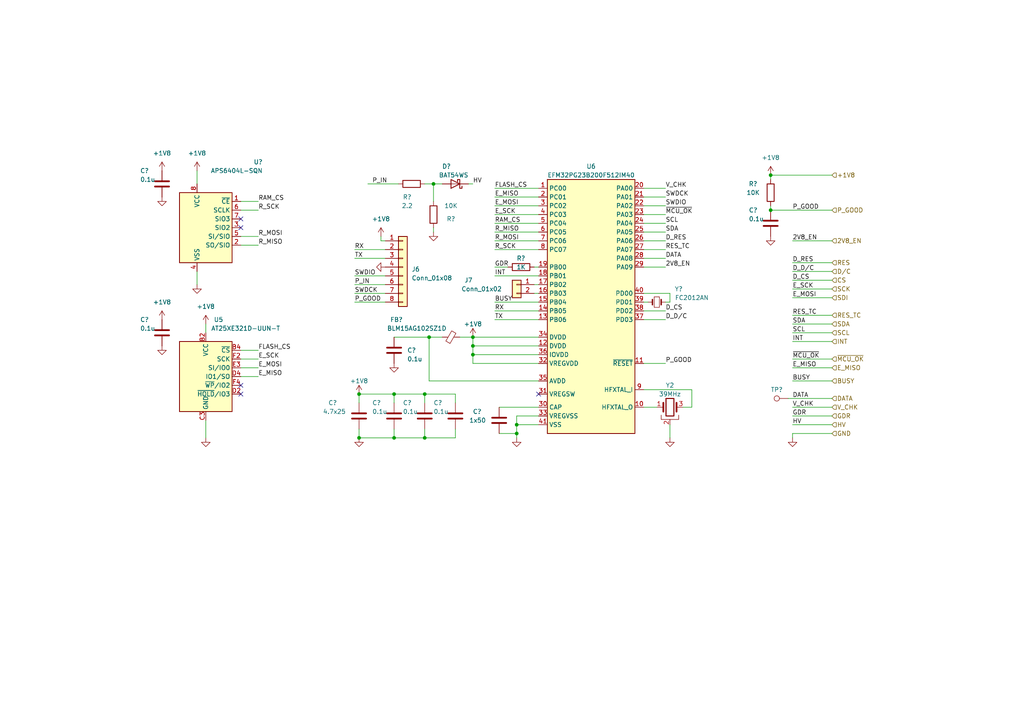
<source format=kicad_sch>
(kicad_sch (version 20230409) (generator eeschema)

  (uuid 3d0783e3-972a-401f-82fe-57ffa7cefd07)

  (paper "A4")

  (lib_symbols
    (symbol "Connector:TestPoint" (pin_numbers hide) (pin_names (offset 0.762) hide) (in_bom yes) (on_board yes)
      (property "Reference" "TP" (at 0 6.858 0)
        (effects (font (size 1.27 1.27)))
      )
      (property "Value" "TestPoint" (at 0 5.08 0)
        (effects (font (size 1.27 1.27)))
      )
      (property "Footprint" "" (at 5.08 0 0)
        (effects (font (size 1.27 1.27)) hide)
      )
      (property "Datasheet" "~" (at 5.08 0 0)
        (effects (font (size 1.27 1.27)) hide)
      )
      (property "ki_keywords" "test point tp" (at 0 0 0)
        (effects (font (size 1.27 1.27)) hide)
      )
      (property "ki_description" "test point" (at 0 0 0)
        (effects (font (size 1.27 1.27)) hide)
      )
      (property "ki_fp_filters" "Pin* Test*" (at 0 0 0)
        (effects (font (size 1.27 1.27)) hide)
      )
      (symbol "TestPoint_0_1"
        (circle (center 0 3.302) (radius 0.762)
          (stroke (width 0) (type default))
          (fill (type none))
        )
      )
      (symbol "TestPoint_1_1"
        (pin passive line (at 0 0 90) (length 2.54)
          (name "1" (effects (font (size 1.27 1.27))))
          (number "1" (effects (font (size 1.27 1.27))))
        )
      )
    )
    (symbol "Connector_Generic:Conn_01x02" (pin_names (offset 1.016) hide) (in_bom yes) (on_board yes)
      (property "Reference" "J" (at 0 2.54 0)
        (effects (font (size 1.27 1.27)))
      )
      (property "Value" "Conn_01x02" (at 0 -5.08 0)
        (effects (font (size 1.27 1.27)))
      )
      (property "Footprint" "" (at 0 0 0)
        (effects (font (size 1.27 1.27)) hide)
      )
      (property "Datasheet" "~" (at 0 0 0)
        (effects (font (size 1.27 1.27)) hide)
      )
      (property "ki_keywords" "connector" (at 0 0 0)
        (effects (font (size 1.27 1.27)) hide)
      )
      (property "ki_description" "Generic connector, single row, 01x02, script generated (kicad-library-utils/schlib/autogen/connector/)" (at 0 0 0)
        (effects (font (size 1.27 1.27)) hide)
      )
      (property "ki_fp_filters" "Connector*:*_1x??_*" (at 0 0 0)
        (effects (font (size 1.27 1.27)) hide)
      )
      (symbol "Conn_01x02_1_1"
        (rectangle (start -1.27 -2.413) (end 0 -2.667)
          (stroke (width 0.1524) (type default))
          (fill (type none))
        )
        (rectangle (start -1.27 0.127) (end 0 -0.127)
          (stroke (width 0.1524) (type default))
          (fill (type none))
        )
        (rectangle (start -1.27 1.27) (end 1.27 -3.81)
          (stroke (width 0.254) (type default))
          (fill (type background))
        )
        (pin passive line (at -5.08 0 0) (length 3.81)
          (name "Pin_1" (effects (font (size 1.27 1.27))))
          (number "1" (effects (font (size 1.27 1.27))))
        )
        (pin passive line (at -5.08 -2.54 0) (length 3.81)
          (name "Pin_2" (effects (font (size 1.27 1.27))))
          (number "2" (effects (font (size 1.27 1.27))))
        )
      )
    )
    (symbol "Connector_Generic:Conn_01x08" (pin_names (offset 1.016) hide) (in_bom yes) (on_board yes)
      (property "Reference" "J" (at 0 10.16 0)
        (effects (font (size 1.27 1.27)))
      )
      (property "Value" "Conn_01x08" (at 0 -12.7 0)
        (effects (font (size 1.27 1.27)))
      )
      (property "Footprint" "" (at 0 0 0)
        (effects (font (size 1.27 1.27)) hide)
      )
      (property "Datasheet" "~" (at 0 0 0)
        (effects (font (size 1.27 1.27)) hide)
      )
      (property "ki_keywords" "connector" (at 0 0 0)
        (effects (font (size 1.27 1.27)) hide)
      )
      (property "ki_description" "Generic connector, single row, 01x08, script generated (kicad-library-utils/schlib/autogen/connector/)" (at 0 0 0)
        (effects (font (size 1.27 1.27)) hide)
      )
      (property "ki_fp_filters" "Connector*:*_1x??_*" (at 0 0 0)
        (effects (font (size 1.27 1.27)) hide)
      )
      (symbol "Conn_01x08_1_1"
        (rectangle (start -1.27 -10.033) (end 0 -10.287)
          (stroke (width 0.1524) (type default))
          (fill (type none))
        )
        (rectangle (start -1.27 -7.493) (end 0 -7.747)
          (stroke (width 0.1524) (type default))
          (fill (type none))
        )
        (rectangle (start -1.27 -4.953) (end 0 -5.207)
          (stroke (width 0.1524) (type default))
          (fill (type none))
        )
        (rectangle (start -1.27 -2.413) (end 0 -2.667)
          (stroke (width 0.1524) (type default))
          (fill (type none))
        )
        (rectangle (start -1.27 0.127) (end 0 -0.127)
          (stroke (width 0.1524) (type default))
          (fill (type none))
        )
        (rectangle (start -1.27 2.667) (end 0 2.413)
          (stroke (width 0.1524) (type default))
          (fill (type none))
        )
        (rectangle (start -1.27 5.207) (end 0 4.953)
          (stroke (width 0.1524) (type default))
          (fill (type none))
        )
        (rectangle (start -1.27 7.747) (end 0 7.493)
          (stroke (width 0.1524) (type default))
          (fill (type none))
        )
        (rectangle (start -1.27 8.89) (end 1.27 -11.43)
          (stroke (width 0.254) (type default))
          (fill (type background))
        )
        (pin passive line (at -5.08 7.62 0) (length 3.81)
          (name "Pin_1" (effects (font (size 1.27 1.27))))
          (number "1" (effects (font (size 1.27 1.27))))
        )
        (pin passive line (at -5.08 5.08 0) (length 3.81)
          (name "Pin_2" (effects (font (size 1.27 1.27))))
          (number "2" (effects (font (size 1.27 1.27))))
        )
        (pin passive line (at -5.08 2.54 0) (length 3.81)
          (name "Pin_3" (effects (font (size 1.27 1.27))))
          (number "3" (effects (font (size 1.27 1.27))))
        )
        (pin passive line (at -5.08 0 0) (length 3.81)
          (name "Pin_4" (effects (font (size 1.27 1.27))))
          (number "4" (effects (font (size 1.27 1.27))))
        )
        (pin passive line (at -5.08 -2.54 0) (length 3.81)
          (name "Pin_5" (effects (font (size 1.27 1.27))))
          (number "5" (effects (font (size 1.27 1.27))))
        )
        (pin passive line (at -5.08 -5.08 0) (length 3.81)
          (name "Pin_6" (effects (font (size 1.27 1.27))))
          (number "6" (effects (font (size 1.27 1.27))))
        )
        (pin passive line (at -5.08 -7.62 0) (length 3.81)
          (name "Pin_7" (effects (font (size 1.27 1.27))))
          (number "7" (effects (font (size 1.27 1.27))))
        )
        (pin passive line (at -5.08 -10.16 0) (length 3.81)
          (name "Pin_8" (effects (font (size 1.27 1.27))))
          (number "8" (effects (font (size 1.27 1.27))))
        )
      )
    )
    (symbol "Device:C" (pin_numbers hide) (pin_names (offset 0.254)) (in_bom yes) (on_board yes)
      (property "Reference" "C" (at 0.635 2.54 0)
        (effects (font (size 1.27 1.27)) (justify left))
      )
      (property "Value" "C" (at 0.635 -2.54 0)
        (effects (font (size 1.27 1.27)) (justify left))
      )
      (property "Footprint" "" (at 0.9652 -3.81 0)
        (effects (font (size 1.27 1.27)) hide)
      )
      (property "Datasheet" "~" (at 0 0 0)
        (effects (font (size 1.27 1.27)) hide)
      )
      (property "ki_keywords" "cap capacitor" (at 0 0 0)
        (effects (font (size 1.27 1.27)) hide)
      )
      (property "ki_description" "Unpolarized capacitor" (at 0 0 0)
        (effects (font (size 1.27 1.27)) hide)
      )
      (property "ki_fp_filters" "C_*" (at 0 0 0)
        (effects (font (size 1.27 1.27)) hide)
      )
      (symbol "C_0_1"
        (polyline
          (pts
            (xy -2.032 -0.762)
            (xy 2.032 -0.762)
          )
          (stroke (width 0.508) (type default))
          (fill (type none))
        )
        (polyline
          (pts
            (xy -2.032 0.762)
            (xy 2.032 0.762)
          )
          (stroke (width 0.508) (type default))
          (fill (type none))
        )
      )
      (symbol "C_1_1"
        (pin passive line (at 0 3.81 270) (length 2.794)
          (name "~" (effects (font (size 1.27 1.27))))
          (number "1" (effects (font (size 1.27 1.27))))
        )
        (pin passive line (at 0 -3.81 90) (length 2.794)
          (name "~" (effects (font (size 1.27 1.27))))
          (number "2" (effects (font (size 1.27 1.27))))
        )
      )
    )
    (symbol "Device:Crystal_GND2" (pin_names (offset 1.016) hide) (in_bom yes) (on_board yes)
      (property "Reference" "Y" (at 0 5.715 0)
        (effects (font (size 1.27 1.27)))
      )
      (property "Value" "Crystal_GND2" (at 0 3.81 0)
        (effects (font (size 1.27 1.27)))
      )
      (property "Footprint" "" (at 0 0 0)
        (effects (font (size 1.27 1.27)) hide)
      )
      (property "Datasheet" "~" (at 0 0 0)
        (effects (font (size 1.27 1.27)) hide)
      )
      (property "ki_keywords" "quartz ceramic resonator oscillator" (at 0 0 0)
        (effects (font (size 1.27 1.27)) hide)
      )
      (property "ki_description" "Three pin crystal, GND on pin 2" (at 0 0 0)
        (effects (font (size 1.27 1.27)) hide)
      )
      (property "ki_fp_filters" "Crystal*" (at 0 0 0)
        (effects (font (size 1.27 1.27)) hide)
      )
      (symbol "Crystal_GND2_0_1"
        (rectangle (start -1.143 2.54) (end 1.143 -2.54)
          (stroke (width 0.3048) (type default))
          (fill (type none))
        )
        (polyline
          (pts
            (xy -2.54 0)
            (xy -1.905 0)
          )
          (stroke (width 0) (type default))
          (fill (type none))
        )
        (polyline
          (pts
            (xy -1.905 -1.27)
            (xy -1.905 1.27)
          )
          (stroke (width 0.508) (type default))
          (fill (type none))
        )
        (polyline
          (pts
            (xy 0 -3.81)
            (xy 0 -3.556)
          )
          (stroke (width 0) (type default))
          (fill (type none))
        )
        (polyline
          (pts
            (xy 1.905 0)
            (xy 2.54 0)
          )
          (stroke (width 0) (type default))
          (fill (type none))
        )
        (polyline
          (pts
            (xy 1.905 1.27)
            (xy 1.905 -1.27)
          )
          (stroke (width 0.508) (type default))
          (fill (type none))
        )
        (polyline
          (pts
            (xy -2.54 -2.286)
            (xy -2.54 -3.556)
            (xy 2.54 -3.556)
            (xy 2.54 -2.286)
          )
          (stroke (width 0) (type default))
          (fill (type none))
        )
      )
      (symbol "Crystal_GND2_1_1"
        (pin passive line (at -3.81 0 0) (length 1.27)
          (name "1" (effects (font (size 1.27 1.27))))
          (number "1" (effects (font (size 1.27 1.27))))
        )
        (pin passive line (at 0 -5.08 90) (length 1.27)
          (name "2" (effects (font (size 1.27 1.27))))
          (number "2" (effects (font (size 1.27 1.27))))
        )
        (pin passive line (at 3.81 0 180) (length 1.27)
          (name "3" (effects (font (size 1.27 1.27))))
          (number "3" (effects (font (size 1.27 1.27))))
        )
      )
    )
    (symbol "Device:Crystal_Small" (pin_numbers hide) (pin_names (offset 1.016) hide) (in_bom yes) (on_board yes)
      (property "Reference" "Y" (at 0 2.54 0)
        (effects (font (size 1.27 1.27)))
      )
      (property "Value" "Crystal_Small" (at 0 -2.54 0)
        (effects (font (size 1.27 1.27)))
      )
      (property "Footprint" "" (at 0 0 0)
        (effects (font (size 1.27 1.27)) hide)
      )
      (property "Datasheet" "~" (at 0 0 0)
        (effects (font (size 1.27 1.27)) hide)
      )
      (property "ki_keywords" "quartz ceramic resonator oscillator" (at 0 0 0)
        (effects (font (size 1.27 1.27)) hide)
      )
      (property "ki_description" "Two pin crystal, small symbol" (at 0 0 0)
        (effects (font (size 1.27 1.27)) hide)
      )
      (property "ki_fp_filters" "Crystal*" (at 0 0 0)
        (effects (font (size 1.27 1.27)) hide)
      )
      (symbol "Crystal_Small_0_1"
        (rectangle (start -0.762 -1.524) (end 0.762 1.524)
          (stroke (width 0) (type default))
          (fill (type none))
        )
        (polyline
          (pts
            (xy -1.27 -0.762)
            (xy -1.27 0.762)
          )
          (stroke (width 0.381) (type default))
          (fill (type none))
        )
        (polyline
          (pts
            (xy 1.27 -0.762)
            (xy 1.27 0.762)
          )
          (stroke (width 0.381) (type default))
          (fill (type none))
        )
      )
      (symbol "Crystal_Small_1_1"
        (pin passive line (at -2.54 0 0) (length 1.27)
          (name "1" (effects (font (size 1.27 1.27))))
          (number "1" (effects (font (size 1.27 1.27))))
        )
        (pin passive line (at 2.54 0 180) (length 1.27)
          (name "2" (effects (font (size 1.27 1.27))))
          (number "2" (effects (font (size 1.27 1.27))))
        )
      )
    )
    (symbol "Device:D_Schottky" (pin_numbers hide) (pin_names (offset 1.016) hide) (in_bom yes) (on_board yes)
      (property "Reference" "D" (at 0 2.54 0)
        (effects (font (size 1.27 1.27)))
      )
      (property "Value" "D_Schottky" (at 0 -2.54 0)
        (effects (font (size 1.27 1.27)))
      )
      (property "Footprint" "" (at 0 0 0)
        (effects (font (size 1.27 1.27)) hide)
      )
      (property "Datasheet" "~" (at 0 0 0)
        (effects (font (size 1.27 1.27)) hide)
      )
      (property "ki_keywords" "diode Schottky" (at 0 0 0)
        (effects (font (size 1.27 1.27)) hide)
      )
      (property "ki_description" "Schottky diode" (at 0 0 0)
        (effects (font (size 1.27 1.27)) hide)
      )
      (property "ki_fp_filters" "TO-???* *_Diode_* *SingleDiode* D_*" (at 0 0 0)
        (effects (font (size 1.27 1.27)) hide)
      )
      (symbol "D_Schottky_0_1"
        (polyline
          (pts
            (xy 1.27 0)
            (xy -1.27 0)
          )
          (stroke (width 0) (type default))
          (fill (type none))
        )
        (polyline
          (pts
            (xy 1.27 1.27)
            (xy 1.27 -1.27)
            (xy -1.27 0)
            (xy 1.27 1.27)
          )
          (stroke (width 0.254) (type default))
          (fill (type none))
        )
        (polyline
          (pts
            (xy -1.905 0.635)
            (xy -1.905 1.27)
            (xy -1.27 1.27)
            (xy -1.27 -1.27)
            (xy -0.635 -1.27)
            (xy -0.635 -0.635)
          )
          (stroke (width 0.254) (type default))
          (fill (type none))
        )
      )
      (symbol "D_Schottky_1_1"
        (pin passive line (at -3.81 0 0) (length 2.54)
          (name "K" (effects (font (size 1.27 1.27))))
          (number "1" (effects (font (size 1.27 1.27))))
        )
        (pin passive line (at 3.81 0 180) (length 2.54)
          (name "A" (effects (font (size 1.27 1.27))))
          (number "2" (effects (font (size 1.27 1.27))))
        )
      )
    )
    (symbol "Device:FerriteBead_Small" (pin_numbers hide) (pin_names (offset 0)) (in_bom yes) (on_board yes)
      (property "Reference" "FB" (at 1.905 1.27 0)
        (effects (font (size 1.27 1.27)) (justify left))
      )
      (property "Value" "FerriteBead_Small" (at 1.905 -1.27 0)
        (effects (font (size 1.27 1.27)) (justify left))
      )
      (property "Footprint" "" (at -1.778 0 90)
        (effects (font (size 1.27 1.27)) hide)
      )
      (property "Datasheet" "~" (at 0 0 0)
        (effects (font (size 1.27 1.27)) hide)
      )
      (property "ki_keywords" "L ferrite bead inductor filter" (at 0 0 0)
        (effects (font (size 1.27 1.27)) hide)
      )
      (property "ki_description" "Ferrite bead, small symbol" (at 0 0 0)
        (effects (font (size 1.27 1.27)) hide)
      )
      (property "ki_fp_filters" "Inductor_* L_* *Ferrite*" (at 0 0 0)
        (effects (font (size 1.27 1.27)) hide)
      )
      (symbol "FerriteBead_Small_0_1"
        (polyline
          (pts
            (xy 0 -1.27)
            (xy 0 -0.7874)
          )
          (stroke (width 0) (type default))
          (fill (type none))
        )
        (polyline
          (pts
            (xy 0 0.889)
            (xy 0 1.2954)
          )
          (stroke (width 0) (type default))
          (fill (type none))
        )
        (polyline
          (pts
            (xy -1.8288 0.2794)
            (xy -1.1176 1.4986)
            (xy 1.8288 -0.2032)
            (xy 1.1176 -1.4224)
            (xy -1.8288 0.2794)
          )
          (stroke (width 0) (type default))
          (fill (type none))
        )
      )
      (symbol "FerriteBead_Small_1_1"
        (pin passive line (at 0 2.54 270) (length 1.27)
          (name "~" (effects (font (size 1.27 1.27))))
          (number "1" (effects (font (size 1.27 1.27))))
        )
        (pin passive line (at 0 -2.54 90) (length 1.27)
          (name "~" (effects (font (size 1.27 1.27))))
          (number "2" (effects (font (size 1.27 1.27))))
        )
      )
    )
    (symbol "Device:R" (pin_numbers hide) (pin_names (offset 0)) (in_bom yes) (on_board yes)
      (property "Reference" "R" (at 2.032 0 90)
        (effects (font (size 1.27 1.27)))
      )
      (property "Value" "R" (at 0 0 90)
        (effects (font (size 1.27 1.27)))
      )
      (property "Footprint" "" (at -1.778 0 90)
        (effects (font (size 1.27 1.27)) hide)
      )
      (property "Datasheet" "~" (at 0 0 0)
        (effects (font (size 1.27 1.27)) hide)
      )
      (property "ki_keywords" "R res resistor" (at 0 0 0)
        (effects (font (size 1.27 1.27)) hide)
      )
      (property "ki_description" "Resistor" (at 0 0 0)
        (effects (font (size 1.27 1.27)) hide)
      )
      (property "ki_fp_filters" "R_*" (at 0 0 0)
        (effects (font (size 1.27 1.27)) hide)
      )
      (symbol "R_0_1"
        (rectangle (start -1.016 -2.54) (end 1.016 2.54)
          (stroke (width 0.254) (type default))
          (fill (type none))
        )
      )
      (symbol "R_1_1"
        (pin passive line (at 0 3.81 270) (length 1.27)
          (name "~" (effects (font (size 1.27 1.27))))
          (number "1" (effects (font (size 1.27 1.27))))
        )
        (pin passive line (at 0 -3.81 90) (length 1.27)
          (name "~" (effects (font (size 1.27 1.27))))
          (number "2" (effects (font (size 1.27 1.27))))
        )
      )
    )
    (symbol "Memory_RAM:ESP-PSRAM32" (in_bom yes) (on_board yes)
      (property "Reference" "U" (at 3.81 11.43 0)
        (effects (font (size 1.27 1.27)))
      )
      (property "Value" "ESP-PSRAM32" (at -1.27 -11.43 0)
        (effects (font (size 1.27 1.27)) (justify left))
      )
      (property "Footprint" "Package_SO:SOIC-8_3.9x4.9mm_P1.27mm" (at 0 -15.24 0)
        (effects (font (size 1.27 1.27)) hide)
      )
      (property "Datasheet" "https://www.espressif.com/sites/default/files/documentation/esp-psram32_datasheet_en.pdf" (at -10.16 12.7 0)
        (effects (font (size 1.27 1.27)) hide)
      )
      (property "ki_keywords" "32 Mbit serial pseudo SRAM MEMORY" (at 0 0 0)
        (effects (font (size 1.27 1.27)) hide)
      )
      (property "ki_description" "32 Mbit serial pseudo SRAM device organized as 4Mx8 bits, 1.8 VCC, SOIC8 (SOP8)" (at 0 0 0)
        (effects (font (size 1.27 1.27)) hide)
      )
      (property "ki_fp_filters" "SOIC*3.9x4.9mm?P1.27mm*" (at 0 0 0)
        (effects (font (size 1.27 1.27)) hide)
      )
      (symbol "ESP-PSRAM32_0_1"
        (rectangle (start -7.62 10.16) (end 7.62 -10.16)
          (stroke (width 0.254) (type default))
          (fill (type background))
        )
      )
      (symbol "ESP-PSRAM32_1_1"
        (pin input line (at 10.16 7.62 180) (length 2.54)
          (name "~{CE}" (effects (font (size 1.27 1.27))))
          (number "1" (effects (font (size 1.27 1.27))))
        )
        (pin output line (at 10.16 -5.08 180) (length 2.54)
          (name "SO/SIO" (effects (font (size 1.27 1.27))))
          (number "2" (effects (font (size 1.27 1.27))))
        )
        (pin bidirectional line (at 10.16 0 180) (length 2.54)
          (name "SIO2" (effects (font (size 1.27 1.27))))
          (number "3" (effects (font (size 1.27 1.27))))
        )
        (pin power_in line (at -2.54 -12.7 90) (length 2.54)
          (name "VSS" (effects (font (size 1.27 1.27))))
          (number "4" (effects (font (size 1.27 1.27))))
        )
        (pin input line (at 10.16 -2.54 180) (length 2.54)
          (name "SI/SIO" (effects (font (size 1.27 1.27))))
          (number "5" (effects (font (size 1.27 1.27))))
        )
        (pin output line (at 10.16 5.08 180) (length 2.54)
          (name "SCLK" (effects (font (size 1.27 1.27))))
          (number "6" (effects (font (size 1.27 1.27))))
        )
        (pin bidirectional line (at 10.16 2.54 180) (length 2.54)
          (name "SIO3" (effects (font (size 1.27 1.27))))
          (number "7" (effects (font (size 1.27 1.27))))
        )
        (pin power_in line (at -2.54 12.7 270) (length 2.54)
          (name "VCC" (effects (font (size 1.27 1.27))))
          (number "8" (effects (font (size 1.27 1.27))))
        )
      )
    )
    (symbol "MyLib:AT25SL321-U" (in_bom yes) (on_board yes)
      (property "Reference" "U" (at -5.08 11.43 0)
        (effects (font (size 1.27 1.27)))
      )
      (property "Value" "AT25XE321D-UUN-T" (at 13.97 11.43 0)
        (effects (font (size 1.27 1.27)))
      )
      (property "Footprint" "MyLib:WLCSP 12-ball 3 x 2 x 3 Array" (at 1.27 -22.86 0)
        (effects (font (size 1.27 1.27)) hide)
      )
      (property "Datasheet" "https://www.mouser.fi/datasheet/2/698/REN_DS_AT25XE321D_160M_072022_DST_20220727_1-3075861.pdf" (at 6.35 -19.05 0)
        (effects (font (size 1.27 1.27)) hide)
      )
      (property "ki_keywords" "SPI DSPI QSPI 32Mbit 1.7V" (at 0 0 0)
        (effects (font (size 1.27 1.27)) hide)
      )
      (property "ki_description" "32-Mbit, 1.7V 2.5V Minimum SPI Serial Flash Memory with Dual-I/O and Quad-I/O Support, WLCSP-12" (at 0 0 0)
        (effects (font (size 1.27 1.27)) hide)
      )
      (property "ki_fp_filters" "WLCSP*1.551x2.284mm*P0.5mm*" (at 0 0 0)
        (effects (font (size 1.27 1.27)) hide)
      )
      (symbol "AT25SL321-U_0_1"
        (rectangle (start -7.62 10.16) (end 7.62 -10.16)
          (stroke (width 0.254) (type default))
          (fill (type background))
        )
      )
      (symbol "AT25SL321-U_1_1"
        (pin power_in line (at 0 12.7 270) (length 2.54)
          (name "VCC" (effects (font (size 1.27 1.27))))
          (number "B2" (effects (font (size 1.27 1.27))))
        )
        (pin input line (at -10.16 7.62 0) (length 2.54)
          (name "~{CS}" (effects (font (size 1.27 1.27))))
          (number "B4" (effects (font (size 1.27 1.27))))
        )
        (pin power_in line (at 0 -12.7 90) (length 2.54)
          (name "GND" (effects (font (size 1.27 1.27))))
          (number "C3" (effects (font (size 1.27 1.27))))
        )
        (pin bidirectional line (at -10.16 -5.08 0) (length 2.54)
          (name "~{HOLD}/IO3" (effects (font (size 1.27 1.27))))
          (number "D2" (effects (font (size 1.27 1.27))))
        )
        (pin bidirectional line (at -10.16 0 0) (length 2.54)
          (name "IO1/SO" (effects (font (size 1.27 1.27))))
          (number "D4" (effects (font (size 1.27 1.27))))
        )
        (pin bidirectional line (at -10.16 2.54 0) (length 2.54)
          (name "SI/IO0" (effects (font (size 1.27 1.27))))
          (number "E3" (effects (font (size 1.27 1.27))))
        )
        (pin input line (at -10.16 5.08 0) (length 2.54)
          (name "SCK" (effects (font (size 1.27 1.27))))
          (number "F2" (effects (font (size 1.27 1.27))))
        )
        (pin bidirectional line (at -10.16 -2.54 0) (length 2.54)
          (name "~{WP}/IO2" (effects (font (size 1.27 1.27))))
          (number "F4" (effects (font (size 1.27 1.27))))
        )
      )
    )
    (symbol "MyLib:EFM32PG23B200F512IM40" (in_bom yes) (on_board yes)
      (property "Reference" "U" (at 25.4 5.08 0)
        (effects (font (size 1.27 1.27)))
      )
      (property "Value" "EFM32PG23B200F512IM40" (at 35.56 2.54 0)
        (effects (font (size 1.27 1.27)))
      )
      (property "Footprint" "MyLib:QFN-40_EP_5x5_Pitch0.4mm" (at 0 5.08 0)
        (effects (font (size 1.27 1.27)) hide)
      )
      (property "Datasheet" "" (at 0 5.08 0)
        (effects (font (size 1.27 1.27)) hide)
      )
      (property "ki_keywords" "EFM32" (at 0 0 0)
        (effects (font (size 1.27 1.27)) hide)
      )
      (property "ki_description" "MCU EFM32 PG23 32-bit MCU, 32-bit ARM Cortex -M33 core, QFN40, Extended Secure Boot w/ RTSL, 512kB, 64kB(RAM), 29GPIO " (at 0 0 0)
        (effects (font (size 1.27 1.27)) hide)
      )
      (symbol "EFM32PG23B200F512IM40_0_1"
        (rectangle (start 22.86 0) (end 48.26 -73.66)
          (stroke (width 0.254) (type default))
          (fill (type background))
        )
      )
      (symbol "EFM32PG23B200F512IM40_1_0"
        (pin bidirectional line (at 50.8 -25.4 180) (length 2.54)
          (name "PA09" (effects (font (size 1.27 1.27))))
          (number "29" (effects (font (size 1.27 1.27))))
        )
        (pin bidirectional line (at 20.32 -7.62 0) (length 2.54)
          (name "PC02" (effects (font (size 1.27 1.27))))
          (number "3" (effects (font (size 1.27 1.27))))
        )
      )
      (symbol "EFM32PG23B200F512IM40_1_1"
        (pin bidirectional line (at 20.32 -2.54 0) (length 2.54)
          (name "PC00" (effects (font (size 1.27 1.27))))
          (number "1" (effects (font (size 1.27 1.27))))
        )
        (pin bidirectional line (at 50.8 -66.04 180) (length 2.54)
          (name "HFXTAL_O" (effects (font (size 1.27 1.27))))
          (number "10" (effects (font (size 1.27 1.27))))
        )
        (pin input line (at 50.8 -53.34 180) (length 2.54)
          (name "~{RESET}" (effects (font (size 1.27 1.27))))
          (number "11" (effects (font (size 1.27 1.27))))
        )
        (pin power_in line (at 20.32 -48.26 0) (length 2.54)
          (name "DVDD" (effects (font (size 1.27 1.27))))
          (number "12" (effects (font (size 1.27 1.27))))
        )
        (pin bidirectional line (at 20.32 -40.64 0) (length 2.54)
          (name "PB06" (effects (font (size 1.27 1.27))))
          (number "13" (effects (font (size 1.27 1.27))))
        )
        (pin bidirectional line (at 20.32 -38.1 0) (length 2.54)
          (name "PB05" (effects (font (size 1.27 1.27))))
          (number "14" (effects (font (size 1.27 1.27))))
        )
        (pin bidirectional line (at 20.32 -35.56 0) (length 2.54)
          (name "PB04" (effects (font (size 1.27 1.27))))
          (number "15" (effects (font (size 1.27 1.27))))
        )
        (pin bidirectional line (at 20.32 -33.02 0) (length 2.54)
          (name "PB03" (effects (font (size 1.27 1.27))))
          (number "16" (effects (font (size 1.27 1.27))))
        )
        (pin bidirectional line (at 20.32 -30.48 0) (length 2.54)
          (name "PB02" (effects (font (size 1.27 1.27))))
          (number "17" (effects (font (size 1.27 1.27))))
        )
        (pin bidirectional line (at 20.32 -27.94 0) (length 2.54)
          (name "PB01" (effects (font (size 1.27 1.27))))
          (number "18" (effects (font (size 1.27 1.27))))
        )
        (pin bidirectional line (at 20.32 -25.4 0) (length 2.54)
          (name "PB00" (effects (font (size 1.27 1.27))))
          (number "19" (effects (font (size 1.27 1.27))))
        )
        (pin bidirectional line (at 20.32 -5.08 0) (length 2.54)
          (name "PC01" (effects (font (size 1.27 1.27))))
          (number "2" (effects (font (size 1.27 1.27))))
        )
        (pin bidirectional line (at 50.8 -2.54 180) (length 2.54)
          (name "PA00" (effects (font (size 1.27 1.27))))
          (number "20" (effects (font (size 1.27 1.27))))
        )
        (pin bidirectional line (at 50.8 -5.08 180) (length 2.54)
          (name "PA01" (effects (font (size 1.27 1.27))))
          (number "21" (effects (font (size 1.27 1.27))))
        )
        (pin bidirectional line (at 50.8 -7.62 180) (length 2.54)
          (name "PA02" (effects (font (size 1.27 1.27))))
          (number "22" (effects (font (size 1.27 1.27))))
        )
        (pin bidirectional line (at 50.8 -10.16 180) (length 2.54)
          (name "PA03" (effects (font (size 1.27 1.27))))
          (number "23" (effects (font (size 1.27 1.27))))
        )
        (pin bidirectional line (at 50.8 -12.7 180) (length 2.54)
          (name "PA04" (effects (font (size 1.27 1.27))))
          (number "24" (effects (font (size 1.27 1.27))))
        )
        (pin bidirectional line (at 50.8 -15.24 180) (length 2.54)
          (name "PA05" (effects (font (size 1.27 1.27))))
          (number "25" (effects (font (size 1.27 1.27))))
        )
        (pin bidirectional line (at 50.8 -17.78 180) (length 2.54)
          (name "PA06" (effects (font (size 1.27 1.27))))
          (number "26" (effects (font (size 1.27 1.27))))
        )
        (pin bidirectional line (at 50.8 -20.32 180) (length 2.54)
          (name "PA07" (effects (font (size 1.27 1.27))))
          (number "27" (effects (font (size 1.27 1.27))))
        )
        (pin bidirectional line (at 50.8 -22.86 180) (length 2.54)
          (name "PA08" (effects (font (size 1.27 1.27))))
          (number "28" (effects (font (size 1.27 1.27))))
        )
        (pin power_out line (at 20.32 -66.04 0) (length 2.54)
          (name "CAP" (effects (font (size 1.27 1.27))))
          (number "30" (effects (font (size 1.27 1.27))))
        )
        (pin power_in line (at 20.32 -62.23 0) (length 2.54)
          (name "VREGSW" (effects (font (size 1.27 1.27))))
          (number "31" (effects (font (size 1.27 1.27))))
        )
        (pin power_in line (at 20.32 -53.34 0) (length 2.54)
          (name "VREGVDD" (effects (font (size 1.27 1.27))))
          (number "32" (effects (font (size 1.27 1.27))))
        )
        (pin power_in line (at 20.32 -68.58 0) (length 2.54)
          (name "VREGVSS" (effects (font (size 1.27 1.27))))
          (number "33" (effects (font (size 1.27 1.27))))
        )
        (pin power_in line (at 20.32 -45.72 0) (length 2.54)
          (name "DVDD" (effects (font (size 1.27 1.27))))
          (number "34" (effects (font (size 1.27 1.27))))
        )
        (pin power_in line (at 20.32 -58.42 0) (length 2.54)
          (name "AVDD" (effects (font (size 1.27 1.27))))
          (number "35" (effects (font (size 1.27 1.27))))
        )
        (pin power_in line (at 20.32 -50.8 0) (length 2.54)
          (name "IOVDD" (effects (font (size 1.27 1.27))))
          (number "36" (effects (font (size 1.27 1.27))))
        )
        (pin bidirectional line (at 50.8 -40.64 180) (length 2.54)
          (name "PD03" (effects (font (size 1.27 1.27))))
          (number "37" (effects (font (size 1.27 1.27))))
        )
        (pin bidirectional line (at 50.8 -38.1 180) (length 2.54)
          (name "PD02" (effects (font (size 1.27 1.27))))
          (number "38" (effects (font (size 1.27 1.27))))
        )
        (pin bidirectional line (at 50.8 -35.56 180) (length 2.54)
          (name "PD01" (effects (font (size 1.27 1.27))))
          (number "39" (effects (font (size 1.27 1.27))))
        )
        (pin bidirectional line (at 20.32 -10.16 0) (length 2.54)
          (name "PC03" (effects (font (size 1.27 1.27))))
          (number "4" (effects (font (size 1.27 1.27))))
        )
        (pin bidirectional line (at 50.8 -33.02 180) (length 2.54)
          (name "PD00" (effects (font (size 1.27 1.27))))
          (number "40" (effects (font (size 1.27 1.27))))
        )
        (pin power_in line (at 20.32 -71.12 0) (length 2.54)
          (name "VSS" (effects (font (size 1.27 1.27))))
          (number "41" (effects (font (size 1.27 1.27))))
        )
        (pin bidirectional line (at 20.32 -12.7 0) (length 2.54)
          (name "PC04" (effects (font (size 1.27 1.27))))
          (number "5" (effects (font (size 1.27 1.27))))
        )
        (pin bidirectional line (at 20.32 -15.24 0) (length 2.54)
          (name "PC05" (effects (font (size 1.27 1.27))))
          (number "6" (effects (font (size 1.27 1.27))))
        )
        (pin bidirectional line (at 20.32 -17.78 0) (length 2.54)
          (name "PC06" (effects (font (size 1.27 1.27))))
          (number "7" (effects (font (size 1.27 1.27))))
        )
        (pin bidirectional line (at 20.32 -20.32 0) (length 2.54)
          (name "PC07" (effects (font (size 1.27 1.27))))
          (number "8" (effects (font (size 1.27 1.27))))
        )
        (pin bidirectional line (at 50.8 -60.96 180) (length 2.54)
          (name "HFXTAL_I" (effects (font (size 1.27 1.27))))
          (number "9" (effects (font (size 1.27 1.27))))
        )
      )
    )
    (symbol "power:+1V8" (power) (pin_names (offset 0)) (in_bom yes) (on_board yes)
      (property "Reference" "#PWR" (at 0 -3.81 0)
        (effects (font (size 1.27 1.27)) hide)
      )
      (property "Value" "+1V8" (at 0 3.556 0)
        (effects (font (size 1.27 1.27)))
      )
      (property "Footprint" "" (at 0 0 0)
        (effects (font (size 1.27 1.27)) hide)
      )
      (property "Datasheet" "" (at 0 0 0)
        (effects (font (size 1.27 1.27)) hide)
      )
      (property "ki_keywords" "power-flag" (at 0 0 0)
        (effects (font (size 1.27 1.27)) hide)
      )
      (property "ki_description" "Power symbol creates a global label with name \"+1V8\"" (at 0 0 0)
        (effects (font (size 1.27 1.27)) hide)
      )
      (symbol "+1V8_0_1"
        (polyline
          (pts
            (xy -0.762 1.27)
            (xy 0 2.54)
          )
          (stroke (width 0) (type default))
          (fill (type none))
        )
        (polyline
          (pts
            (xy 0 0)
            (xy 0 2.54)
          )
          (stroke (width 0) (type default))
          (fill (type none))
        )
        (polyline
          (pts
            (xy 0 2.54)
            (xy 0.762 1.27)
          )
          (stroke (width 0) (type default))
          (fill (type none))
        )
      )
      (symbol "+1V8_1_1"
        (pin power_in line (at 0 0 90) (length 0) hide
          (name "+1V8" (effects (font (size 1.27 1.27))))
          (number "1" (effects (font (size 1.27 1.27))))
        )
      )
    )
    (symbol "power:GND" (power) (pin_names (offset 0)) (in_bom yes) (on_board yes)
      (property "Reference" "#PWR" (at 0 -6.35 0)
        (effects (font (size 1.27 1.27)) hide)
      )
      (property "Value" "GND" (at 0 -3.81 0)
        (effects (font (size 1.27 1.27)))
      )
      (property "Footprint" "" (at 0 0 0)
        (effects (font (size 1.27 1.27)) hide)
      )
      (property "Datasheet" "" (at 0 0 0)
        (effects (font (size 1.27 1.27)) hide)
      )
      (property "ki_keywords" "power-flag" (at 0 0 0)
        (effects (font (size 1.27 1.27)) hide)
      )
      (property "ki_description" "Power symbol creates a global label with name \"GND\" , ground" (at 0 0 0)
        (effects (font (size 1.27 1.27)) hide)
      )
      (symbol "GND_0_1"
        (polyline
          (pts
            (xy 0 0)
            (xy 0 -1.27)
            (xy 1.27 -1.27)
            (xy 0 -2.54)
            (xy -1.27 -1.27)
            (xy 0 -1.27)
          )
          (stroke (width 0) (type default))
          (fill (type none))
        )
      )
      (symbol "GND_1_1"
        (pin power_in line (at 0 0 270) (length 0) hide
          (name "GND" (effects (font (size 1.27 1.27))))
          (number "1" (effects (font (size 1.27 1.27))))
        )
      )
    )
  )

  (junction (at 114.3 127) (diameter 0) (color 0 0 0 0)
    (uuid 2341640c-5e5e-45c9-9a20-9a28b691704b)
  )
  (junction (at 125.73 53.34) (diameter 0) (color 0 0 0 0)
    (uuid 4ea640ee-0dc7-4fd4-ae6d-6204cf37691f)
  )
  (junction (at 223.52 50.8) (diameter 0) (color 0 0 0 0)
    (uuid 7a4902cf-06ca-41bf-bca8-82bba2b323ea)
  )
  (junction (at 104.14 114.3) (diameter 0) (color 0 0 0 0)
    (uuid 7b85e525-05a2-41f6-ac3f-4738b2da113e)
  )
  (junction (at 137.16 100.33) (diameter 0) (color 0 0 0 0)
    (uuid a0cf6827-72a9-44e9-890c-358ca2aab524)
  )
  (junction (at 123.19 127) (diameter 0) (color 0 0 0 0)
    (uuid a708da6c-3a34-43a8-af36-926f61c757fe)
  )
  (junction (at 137.16 102.87) (diameter 0) (color 0 0 0 0)
    (uuid b1a1a65d-a656-4811-a6d6-e0697955f8b3)
  )
  (junction (at 123.19 114.3) (diameter 0) (color 0 0 0 0)
    (uuid b3dedd38-a2c6-4d4f-aa37-13512c1af61a)
  )
  (junction (at 223.52 60.96) (diameter 0) (color 0 0 0 0)
    (uuid c22075d0-ad67-4aff-a392-382585edbcf2)
  )
  (junction (at 149.86 123.19) (diameter 0) (color 0 0 0 0)
    (uuid d5fce1a0-ea43-4045-90e2-2cbaf147c34d)
  )
  (junction (at 114.3 114.3) (diameter 0) (color 0 0 0 0)
    (uuid e3077052-d118-47d8-8550-79292850a0c6)
  )
  (junction (at 137.16 97.79) (diameter 0) (color 0 0 0 0)
    (uuid ed633263-1668-40b0-a2a0-de71066bb61c)
  )
  (junction (at 149.86 125.73) (diameter 0) (color 0 0 0 0)
    (uuid f1392ebb-0865-4e7f-9c1c-b3ac726b92bd)
  )
  (junction (at 104.14 127) (diameter 0) (color 0 0 0 0)
    (uuid f324b19b-adac-4abf-bdc5-0e788ea33357)
  )
  (junction (at 124.46 97.79) (diameter 0) (color 0 0 0 0)
    (uuid f8b23160-d25e-4e89-991f-dbcc14232d75)
  )

  (no_connect (at 156.21 114.3) (uuid 1da24da9-b226-41ac-8de8-73715c1dff47))
  (no_connect (at 69.85 114.3) (uuid 53117b57-d73b-4483-8989-87c879f9e033))
  (no_connect (at 69.85 111.76) (uuid 956b830c-2c83-45ca-9ab1-560a79d8d1f3))
  (no_connect (at 69.85 66.04) (uuid e228724b-8f9a-45b2-99b6-778b67a8a3f7))
  (no_connect (at 69.85 63.5) (uuid ee85b6be-58ed-4b78-981e-a1ba47f6d497))

  (wire (pts (xy 223.52 60.96) (xy 223.52 59.69))
    (stroke (width 0) (type default))
    (uuid 01b79571-cf1a-4636-9564-6982e4cb2117)
  )
  (wire (pts (xy 143.51 69.85) (xy 156.21 69.85))
    (stroke (width 0) (type default))
    (uuid 02af8693-f825-441d-b238-7eda9a08a47d)
  )
  (wire (pts (xy 110.49 68.58) (xy 110.49 69.85))
    (stroke (width 0) (type default))
    (uuid 046ebbbe-b476-4340-a3d3-172faf7fe58e)
  )
  (wire (pts (xy 229.87 81.28) (xy 241.3 81.28))
    (stroke (width 0) (type default))
    (uuid 0481e3ca-dd36-40ae-9d82-44141175e5e1)
  )
  (wire (pts (xy 193.04 92.71) (xy 186.69 92.71))
    (stroke (width 0) (type default))
    (uuid 04aaf59b-8982-47f5-92fe-88f67672408d)
  )
  (wire (pts (xy 132.08 114.3) (xy 123.19 114.3))
    (stroke (width 0) (type default))
    (uuid 0f6393cf-e83b-4179-aa23-c4aa5994855b)
  )
  (wire (pts (xy 229.87 104.14) (xy 241.3 104.14))
    (stroke (width 0) (type default))
    (uuid 128c1f3e-8a69-4e73-88b3-758d8e4dd1e5)
  )
  (wire (pts (xy 200.66 113.03) (xy 200.66 118.11))
    (stroke (width 0) (type default))
    (uuid 12910285-b29f-4b50-aa98-96d411daee6a)
  )
  (wire (pts (xy 143.51 67.31) (xy 156.21 67.31))
    (stroke (width 0) (type default))
    (uuid 19cc1d3f-517d-4075-b86a-f10dbe307b90)
  )
  (wire (pts (xy 137.16 102.87) (xy 137.16 100.33))
    (stroke (width 0) (type default))
    (uuid 1ac353c2-0ee2-4eea-acc3-9de76b87525d)
  )
  (wire (pts (xy 123.19 116.84) (xy 123.19 114.3))
    (stroke (width 0) (type default))
    (uuid 1f27dbb5-e16f-4428-94df-c710b22b7abc)
  )
  (wire (pts (xy 69.85 106.68) (xy 74.93 106.68))
    (stroke (width 0) (type default))
    (uuid 25a81532-8f5d-4033-a0e4-d54590440781)
  )
  (wire (pts (xy 193.04 57.15) (xy 186.69 57.15))
    (stroke (width 0) (type default))
    (uuid 26508c7d-31ee-4a20-86fa-3e6dc4b61b68)
  )
  (wire (pts (xy 149.86 120.65) (xy 149.86 123.19))
    (stroke (width 0) (type default))
    (uuid 26dd8dfd-23b2-418e-b832-06b4403a875c)
  )
  (wire (pts (xy 102.87 72.39) (xy 111.76 72.39))
    (stroke (width 0) (type default))
    (uuid 28886893-593b-4b1b-bba1-cadf51e629f6)
  )
  (wire (pts (xy 124.46 97.79) (xy 128.27 97.79))
    (stroke (width 0) (type default))
    (uuid 2b6c083b-da65-4549-9a78-0236e058a370)
  )
  (wire (pts (xy 229.87 96.52) (xy 241.3 96.52))
    (stroke (width 0) (type default))
    (uuid 2b6d768b-9efd-4005-a6f6-34bcbc6bf6a6)
  )
  (wire (pts (xy 223.52 52.07) (xy 223.52 50.8))
    (stroke (width 0) (type default))
    (uuid 2d68ee46-84b0-4491-a8fa-c673c7b93a88)
  )
  (wire (pts (xy 102.87 87.63) (xy 111.76 87.63))
    (stroke (width 0) (type default))
    (uuid 2ec0e5a3-8fdb-4a60-bc27-8f7a9cd17f16)
  )
  (wire (pts (xy 143.51 80.01) (xy 156.21 80.01))
    (stroke (width 0) (type default))
    (uuid 2f39ae36-a597-4246-8dec-c961b8b06307)
  )
  (wire (pts (xy 229.87 78.74) (xy 241.3 78.74))
    (stroke (width 0) (type default))
    (uuid 2f7ba3da-72c6-44e2-9461-d4b672e37bb6)
  )
  (wire (pts (xy 186.69 113.03) (xy 200.66 113.03))
    (stroke (width 0) (type default))
    (uuid 3105cbae-a08d-4fad-a2c4-8c693911f3dc)
  )
  (wire (pts (xy 223.52 50.8) (xy 241.3 50.8))
    (stroke (width 0) (type default))
    (uuid 328a4b57-44c5-4d3d-ba91-3138c03712c0)
  )
  (wire (pts (xy 143.51 57.15) (xy 156.21 57.15))
    (stroke (width 0) (type default))
    (uuid 328f37b9-dcc7-47c5-a0c2-6cd141bb8570)
  )
  (wire (pts (xy 223.52 60.96) (xy 241.3 60.96))
    (stroke (width 0) (type default))
    (uuid 34c43cfd-24a5-429d-bc6e-d7f0498499f3)
  )
  (wire (pts (xy 133.35 97.79) (xy 137.16 97.79))
    (stroke (width 0) (type default))
    (uuid 3a93c5a4-7813-4025-8c01-04d31d07cc8f)
  )
  (wire (pts (xy 128.27 53.34) (xy 125.73 53.34))
    (stroke (width 0) (type default))
    (uuid 3bd2d639-659c-4c0e-8dd2-a2c8df1a66cb)
  )
  (wire (pts (xy 229.87 86.36) (xy 241.3 86.36))
    (stroke (width 0) (type default))
    (uuid 3d55e988-9e63-4ef3-ae63-ce6835dfea46)
  )
  (wire (pts (xy 123.19 127) (xy 132.08 127))
    (stroke (width 0) (type default))
    (uuid 3e6f7549-2060-4bd2-8b2f-a81bc7d13636)
  )
  (wire (pts (xy 149.86 123.19) (xy 149.86 125.73))
    (stroke (width 0) (type default))
    (uuid 3ebe002c-74f3-4f71-b935-fd13e4e475f9)
  )
  (wire (pts (xy 132.08 127) (xy 132.08 124.46))
    (stroke (width 0) (type default))
    (uuid 3ed0d4ec-0d20-4080-a1b9-e83617195eda)
  )
  (wire (pts (xy 154.94 82.55) (xy 156.21 82.55))
    (stroke (width 0) (type default))
    (uuid 3f8be7e7-8487-473a-9b03-d1cd7b5649d8)
  )
  (wire (pts (xy 114.3 114.3) (xy 114.3 116.84))
    (stroke (width 0) (type default))
    (uuid 3fef5010-cd4b-4fd6-8ea5-6ea1900bde1d)
  )
  (wire (pts (xy 137.16 97.79) (xy 137.16 100.33))
    (stroke (width 0) (type default))
    (uuid 412b1c84-72db-4b03-9277-5e3673bd673e)
  )
  (wire (pts (xy 149.86 123.19) (xy 156.21 123.19))
    (stroke (width 0) (type default))
    (uuid 428b4e26-9fe1-40a8-bd77-f5a6f9288038)
  )
  (wire (pts (xy 106.68 53.34) (xy 115.57 53.34))
    (stroke (width 0) (type default))
    (uuid 47f8e0e0-bc8c-4bb3-87c4-caaf888f7370)
  )
  (wire (pts (xy 137.16 102.87) (xy 137.16 105.41))
    (stroke (width 0) (type default))
    (uuid 484f4a4f-0de9-4286-b0c4-8c5c468d1d3f)
  )
  (wire (pts (xy 59.69 121.92) (xy 59.69 127))
    (stroke (width 0) (type default))
    (uuid 492f3f15-fd1c-4ae8-8e0b-fe6247005fc2)
  )
  (wire (pts (xy 229.87 76.2) (xy 241.3 76.2))
    (stroke (width 0) (type default))
    (uuid 49e658c5-ddca-490a-b1bc-d32a7b505493)
  )
  (wire (pts (xy 229.87 118.11) (xy 241.3 118.11))
    (stroke (width 0) (type default))
    (uuid 4b0c397a-e98f-4e3d-a54b-44865f6bbebe)
  )
  (wire (pts (xy 144.78 118.11) (xy 156.21 118.11))
    (stroke (width 0) (type default))
    (uuid 4c4d4460-d421-4391-91d1-e3c42b3e3bfd)
  )
  (wire (pts (xy 125.73 66.04) (xy 125.73 67.31))
    (stroke (width 0) (type default))
    (uuid 4d0f6665-75a4-4c80-965c-7fe02e3921c3)
  )
  (wire (pts (xy 154.94 85.09) (xy 156.21 85.09))
    (stroke (width 0) (type default))
    (uuid 4fd6d775-3c5b-4f6d-b4f4-5ef0e77aa640)
  )
  (wire (pts (xy 114.3 127) (xy 123.19 127))
    (stroke (width 0) (type default))
    (uuid 51f61123-e6d0-4c06-aea6-e3345a9e8826)
  )
  (wire (pts (xy 193.04 59.69) (xy 186.69 59.69))
    (stroke (width 0) (type default))
    (uuid 5770c467-bc6a-47c1-947d-b5361b776c8b)
  )
  (wire (pts (xy 137.16 105.41) (xy 156.21 105.41))
    (stroke (width 0) (type default))
    (uuid 5e2827fb-0aa8-471e-b20b-3bfcc0974d3e)
  )
  (wire (pts (xy 102.87 80.01) (xy 111.76 80.01))
    (stroke (width 0) (type default))
    (uuid 6051bd60-b440-416e-a6c1-6c608422e7f1)
  )
  (wire (pts (xy 186.69 87.63) (xy 187.96 87.63))
    (stroke (width 0) (type default))
    (uuid 64989198-712b-403a-9334-2d2ddbf06c04)
  )
  (wire (pts (xy 229.87 110.49) (xy 241.3 110.49))
    (stroke (width 0) (type default))
    (uuid 692e2fd6-8fe2-4830-8424-5ea487caea39)
  )
  (wire (pts (xy 123.19 114.3) (xy 114.3 114.3))
    (stroke (width 0) (type default))
    (uuid 6a3d2375-868d-4d72-940f-ea3e1e68f538)
  )
  (wire (pts (xy 123.19 124.46) (xy 123.19 127))
    (stroke (width 0) (type default))
    (uuid 6bd28091-23a9-48ad-9075-91c9ddd8eaa0)
  )
  (wire (pts (xy 156.21 120.65) (xy 149.86 120.65))
    (stroke (width 0) (type default))
    (uuid 6fb2c59e-ee8b-45e4-adcf-062a68209f15)
  )
  (wire (pts (xy 143.51 54.61) (xy 156.21 54.61))
    (stroke (width 0) (type default))
    (uuid 72b86588-fe37-4f29-aa41-15d184eb92e3)
  )
  (wire (pts (xy 143.51 64.77) (xy 156.21 64.77))
    (stroke (width 0) (type default))
    (uuid 76fb5aca-24d6-4201-91ff-df7a361f0f0a)
  )
  (wire (pts (xy 186.69 118.11) (xy 190.5 118.11))
    (stroke (width 0) (type default))
    (uuid 7722a82b-75e7-40b2-b959-bce0cec8e0b9)
  )
  (wire (pts (xy 114.3 97.79) (xy 124.46 97.79))
    (stroke (width 0) (type default))
    (uuid 7867b42e-6c3e-4848-ae1f-23d4552fd156)
  )
  (wire (pts (xy 154.94 77.47) (xy 156.21 77.47))
    (stroke (width 0) (type default))
    (uuid 78bed024-7002-4124-a02f-edf6218671e9)
  )
  (wire (pts (xy 124.46 97.79) (xy 124.46 110.49))
    (stroke (width 0) (type default))
    (uuid 7982b4a7-4c83-4156-8375-a4b31be72b9b)
  )
  (wire (pts (xy 186.69 85.09) (xy 194.31 85.09))
    (stroke (width 0) (type default))
    (uuid 7a4ce528-0c66-491d-af5d-198f7226e04c)
  )
  (wire (pts (xy 193.04 67.31) (xy 186.69 67.31))
    (stroke (width 0) (type default))
    (uuid 7b2827c3-c2fa-4986-871a-7d6a87a9d910)
  )
  (wire (pts (xy 124.46 110.49) (xy 156.21 110.49))
    (stroke (width 0) (type default))
    (uuid 7bb17e53-bbb4-4cbe-bf10-861f7fb62129)
  )
  (wire (pts (xy 200.66 118.11) (xy 198.12 118.11))
    (stroke (width 0) (type default))
    (uuid 7edf3c4d-5cbf-4922-a787-8788214aac23)
  )
  (wire (pts (xy 186.69 72.39) (xy 193.04 72.39))
    (stroke (width 0) (type default))
    (uuid 84d5f764-ccf7-43ad-9034-aa88b7d89c4c)
  )
  (wire (pts (xy 102.87 82.55) (xy 111.76 82.55))
    (stroke (width 0) (type default))
    (uuid 8b872215-7199-4bbd-8fa3-a32de0818b5e)
  )
  (wire (pts (xy 102.87 85.09) (xy 111.76 85.09))
    (stroke (width 0) (type default))
    (uuid 8c1e7285-4681-4f2b-a140-a271ce8de67c)
  )
  (wire (pts (xy 104.14 127) (xy 114.3 127))
    (stroke (width 0) (type default))
    (uuid 93bfdb6b-1547-4563-a962-0b19f35c3152)
  )
  (wire (pts (xy 229.87 123.19) (xy 241.3 123.19))
    (stroke (width 0) (type default))
    (uuid 98c1776f-ce9a-4e26-94da-bf0fdfed8fb9)
  )
  (wire (pts (xy 186.69 105.41) (xy 193.04 105.41))
    (stroke (width 0) (type default))
    (uuid 9afd064f-34a4-402d-9b1c-6d86322079b3)
  )
  (wire (pts (xy 104.14 124.46) (xy 104.14 127))
    (stroke (width 0) (type default))
    (uuid 9ccefe94-0397-40ad-bbee-ffbe2170b1de)
  )
  (wire (pts (xy 69.85 104.14) (xy 74.93 104.14))
    (stroke (width 0) (type default))
    (uuid a22904fd-baf9-43a0-9075-9f7c20e9bd7f)
  )
  (wire (pts (xy 186.69 62.23) (xy 193.04 62.23))
    (stroke (width 0) (type default))
    (uuid a2e30e7d-1544-46ee-a9c1-2482dc7d860c)
  )
  (wire (pts (xy 69.85 60.96) (xy 74.93 60.96))
    (stroke (width 0) (type default))
    (uuid a3d28dd8-5825-458d-b197-553602382869)
  )
  (wire (pts (xy 69.85 68.58) (xy 74.93 68.58))
    (stroke (width 0) (type default))
    (uuid a3e098b3-743b-4d03-a1c6-c2f656a5b224)
  )
  (wire (pts (xy 229.87 91.44) (xy 241.3 91.44))
    (stroke (width 0) (type default))
    (uuid a4167646-b891-45d5-9ba1-6fef6c9aec41)
  )
  (wire (pts (xy 74.93 109.22) (xy 69.85 109.22))
    (stroke (width 0) (type default))
    (uuid a4560bf9-a37f-45f9-b5c4-b0d2dfda32e3)
  )
  (wire (pts (xy 137.16 97.79) (xy 156.21 97.79))
    (stroke (width 0) (type default))
    (uuid a4d09d0f-a155-4cae-bfb5-7ef2a9ffb1c8)
  )
  (wire (pts (xy 143.51 77.47) (xy 147.32 77.47))
    (stroke (width 0) (type default))
    (uuid a79f0aca-1990-4d94-911e-81dde9d196d4)
  )
  (wire (pts (xy 110.49 69.85) (xy 111.76 69.85))
    (stroke (width 0) (type default))
    (uuid ac009a4e-e828-45a6-a5ce-2f7dcc600fa0)
  )
  (wire (pts (xy 194.31 127) (xy 194.31 123.19))
    (stroke (width 0) (type default))
    (uuid b119a4b1-05bf-48ce-91a2-5452f1110174)
  )
  (wire (pts (xy 143.51 62.23) (xy 156.21 62.23))
    (stroke (width 0) (type default))
    (uuid b11d7997-605d-4571-966c-a3e84f47c3e4)
  )
  (wire (pts (xy 102.87 74.93) (xy 111.76 74.93))
    (stroke (width 0) (type default))
    (uuid b2d3870e-0ca9-4e8c-8768-b79673125ea5)
  )
  (wire (pts (xy 228.6 115.57) (xy 241.3 115.57))
    (stroke (width 0) (type default))
    (uuid b3412b07-d2f7-42ac-8e8b-7432b14f36d1)
  )
  (wire (pts (xy 229.87 99.06) (xy 241.3 99.06))
    (stroke (width 0) (type default))
    (uuid b39edd32-a1a0-4912-b032-5e8426d30129)
  )
  (wire (pts (xy 59.69 93.98) (xy 59.69 96.52))
    (stroke (width 0) (type default))
    (uuid b49c5d14-2c5a-408b-bedb-49958ad91c38)
  )
  (wire (pts (xy 229.87 93.98) (xy 241.3 93.98))
    (stroke (width 0) (type default))
    (uuid b570ef29-5803-4491-975b-4d167cc352f6)
  )
  (wire (pts (xy 123.19 53.34) (xy 125.73 53.34))
    (stroke (width 0) (type default))
    (uuid b5a12aea-dc3e-45f9-9952-d64730216745)
  )
  (wire (pts (xy 132.08 116.84) (xy 132.08 114.3))
    (stroke (width 0) (type default))
    (uuid b820f625-f3aa-4df3-89c5-2d9c3d3049f3)
  )
  (wire (pts (xy 143.51 59.69) (xy 156.21 59.69))
    (stroke (width 0) (type default))
    (uuid b9778460-1e47-463b-a96f-47268850c34c)
  )
  (wire (pts (xy 69.85 58.42) (xy 74.93 58.42))
    (stroke (width 0) (type default))
    (uuid ba433cf7-a3b3-4b85-8466-3a23b1f92fdb)
  )
  (wire (pts (xy 193.04 54.61) (xy 186.69 54.61))
    (stroke (width 0) (type default))
    (uuid bc3aaa6c-0712-48ef-97e0-1d19b7313e81)
  )
  (wire (pts (xy 193.04 90.17) (xy 186.69 90.17))
    (stroke (width 0) (type default))
    (uuid bcdd559e-14e1-4e8f-82dc-c18e0a772b72)
  )
  (wire (pts (xy 193.04 77.47) (xy 186.69 77.47))
    (stroke (width 0) (type default))
    (uuid c0fe3306-fd16-41a2-a337-8590a8a19823)
  )
  (wire (pts (xy 229.87 120.65) (xy 241.3 120.65))
    (stroke (width 0) (type default))
    (uuid c231fa8e-4675-46a1-ba28-43e688140cdf)
  )
  (wire (pts (xy 74.93 71.12) (xy 69.85 71.12))
    (stroke (width 0) (type default))
    (uuid c3d22a1b-b1b9-48c7-8561-ab27e8758f14)
  )
  (wire (pts (xy 69.85 101.6) (xy 74.93 101.6))
    (stroke (width 0) (type default))
    (uuid c47db3ee-215e-4a3f-b362-43ef35f0147d)
  )
  (wire (pts (xy 57.15 49.53) (xy 57.15 53.34))
    (stroke (width 0) (type default))
    (uuid c556980f-8172-4978-a15b-3e4b35776286)
  )
  (wire (pts (xy 194.31 87.63) (xy 193.04 87.63))
    (stroke (width 0) (type default))
    (uuid c8c7d024-4076-4aa2-af9f-5c4120edf458)
  )
  (wire (pts (xy 229.87 106.68) (xy 241.3 106.68))
    (stroke (width 0) (type default))
    (uuid c93c97ef-4b84-4380-bdac-5d1513ec2279)
  )
  (wire (pts (xy 137.16 100.33) (xy 156.21 100.33))
    (stroke (width 0) (type default))
    (uuid ce434bf1-08cc-4c6b-817c-3aa3b2fd33ba)
  )
  (wire (pts (xy 104.14 114.3) (xy 114.3 114.3))
    (stroke (width 0) (type default))
    (uuid ce5eaede-2b7e-4d67-b0aa-ba563937007e)
  )
  (wire (pts (xy 229.87 125.73) (xy 241.3 125.73))
    (stroke (width 0) (type default))
    (uuid cec73d8b-1522-4793-bb2c-1281f7acd95e)
  )
  (wire (pts (xy 114.3 124.46) (xy 114.3 127))
    (stroke (width 0) (type default))
    (uuid d1a010f6-7f28-496e-b497-bb5164e82926)
  )
  (wire (pts (xy 143.51 87.63) (xy 156.21 87.63))
    (stroke (width 0) (type default))
    (uuid d22dbade-3d4e-47b6-a798-ce82ad15ea9e)
  )
  (wire (pts (xy 135.89 53.34) (xy 137.16 53.34))
    (stroke (width 0) (type default))
    (uuid d26091c7-fe17-4ca2-a62e-39c4393bab54)
  )
  (wire (pts (xy 144.78 125.73) (xy 149.86 125.73))
    (stroke (width 0) (type default))
    (uuid d3fe42f6-d48a-4c11-9371-53188c29a0bf)
  )
  (wire (pts (xy 143.51 90.17) (xy 156.21 90.17))
    (stroke (width 0) (type default))
    (uuid d4200327-7f50-431a-9741-c539698c35ac)
  )
  (wire (pts (xy 143.51 92.71) (xy 156.21 92.71))
    (stroke (width 0) (type default))
    (uuid d51444db-fabc-4f90-9d9a-dae98e4f01f5)
  )
  (wire (pts (xy 137.16 102.87) (xy 156.21 102.87))
    (stroke (width 0) (type default))
    (uuid d60def64-e084-4711-9730-3b106e917b4d)
  )
  (wire (pts (xy 193.04 64.77) (xy 186.69 64.77))
    (stroke (width 0) (type default))
    (uuid d63af577-0c41-4357-92b0-149652c75451)
  )
  (wire (pts (xy 186.69 74.93) (xy 193.04 74.93))
    (stroke (width 0) (type default))
    (uuid d86eb224-89a6-486d-8404-3fd8d18d3e62)
  )
  (wire (pts (xy 229.87 69.85) (xy 241.3 69.85))
    (stroke (width 0) (type default))
    (uuid dab6df80-60b0-4cdb-b5a6-4e1657754ebe)
  )
  (wire (pts (xy 149.86 125.73) (xy 149.86 127))
    (stroke (width 0) (type default))
    (uuid dcb38be3-d946-4cd0-8d81-04b859da7363)
  )
  (wire (pts (xy 125.73 58.42) (xy 125.73 53.34))
    (stroke (width 0) (type default))
    (uuid e17c46a7-f80a-4e7a-a842-f4ca96146c2c)
  )
  (wire (pts (xy 229.87 127) (xy 229.87 125.73))
    (stroke (width 0) (type default))
    (uuid e2ded8d9-bcbf-4586-8d04-993eb8c2c0b6)
  )
  (wire (pts (xy 143.51 72.39) (xy 156.21 72.39))
    (stroke (width 0) (type default))
    (uuid ead5cb83-3773-44bb-91fe-96f2a486ab1e)
  )
  (wire (pts (xy 186.69 69.85) (xy 193.04 69.85))
    (stroke (width 0) (type default))
    (uuid eca1ef49-f716-49c9-bb0a-2427b607f4bd)
  )
  (wire (pts (xy 57.15 78.74) (xy 57.15 82.55))
    (stroke (width 0) (type default))
    (uuid f010d43f-3914-4793-846a-2adcc018606f)
  )
  (wire (pts (xy 194.31 85.09) (xy 194.31 87.63))
    (stroke (width 0) (type default))
    (uuid f268e260-31e4-4c2d-a285-d8844412efea)
  )
  (wire (pts (xy 229.87 83.82) (xy 241.3 83.82))
    (stroke (width 0) (type default))
    (uuid f361b5e1-c121-4644-ba1a-da09c2c801f5)
  )
  (wire (pts (xy 104.14 114.3) (xy 104.14 116.84))
    (stroke (width 0) (type default))
    (uuid f60b0cf1-e1ab-4a59-aa26-331a17587970)
  )

  (label "RX" (at 102.87 72.39 0) (fields_autoplaced)
    (effects (font (size 1.27 1.27)) (justify left bottom))
    (uuid 026ec715-1ecd-405e-a55f-cd31df6315dd)
  )
  (label "INT" (at 143.51 80.01 0) (fields_autoplaced)
    (effects (font (size 1.27 1.27)) (justify left bottom))
    (uuid 02bdc06b-d341-47c0-90e3-6bf15909b0fd)
  )
  (label "R_MISO" (at 143.51 67.31 0) (fields_autoplaced)
    (effects (font (size 1.27 1.27)) (justify left bottom))
    (uuid 076531ce-17c4-47c7-a3ac-8fe001856e58)
  )
  (label "R_MISO" (at 74.93 71.12 0) (fields_autoplaced)
    (effects (font (size 1.27 1.27)) (justify left bottom))
    (uuid 0cac1100-c295-4e25-8daf-b49a098434f9)
  )
  (label "SCL" (at 229.87 96.52 0) (fields_autoplaced)
    (effects (font (size 1.27 1.27)) (justify left bottom))
    (uuid 105aa27f-573e-4a71-8eb9-946a0d09851c)
  )
  (label "P_GOOD" (at 102.87 87.63 0) (fields_autoplaced)
    (effects (font (size 1.27 1.27)) (justify left bottom))
    (uuid 12620a9b-f79a-4ea2-8389-00b9039d5e38)
  )
  (label "TX" (at 143.51 92.71 0) (fields_autoplaced)
    (effects (font (size 1.27 1.27)) (justify left bottom))
    (uuid 13a04476-9250-400d-83ec-7536fb890bda)
  )
  (label "D_RES" (at 193.04 69.85 0) (fields_autoplaced)
    (effects (font (size 1.27 1.27)) (justify left bottom))
    (uuid 1539beda-4423-475d-adea-9199d3689401)
  )
  (label "V_CHK" (at 229.87 118.11 0) (fields_autoplaced)
    (effects (font (size 1.27 1.27)) (justify left bottom))
    (uuid 18eca4ef-cb83-410e-b9be-40a94859d1e7)
  )
  (label "TX" (at 102.87 74.93 0) (fields_autoplaced)
    (effects (font (size 1.27 1.27)) (justify left bottom))
    (uuid 2587dddb-1d0d-48ce-952a-2a75ee9f5583)
  )
  (label "E_MOSI" (at 229.87 86.36 0) (fields_autoplaced)
    (effects (font (size 1.27 1.27)) (justify left bottom))
    (uuid 295dcb00-c11f-4636-b50c-0c2cd730f660)
  )
  (label "E_MISO" (at 229.87 106.68 0) (fields_autoplaced)
    (effects (font (size 1.27 1.27)) (justify left bottom))
    (uuid 2c960040-4cf1-4560-a976-b51704ee340d)
  )
  (label "D_CS" (at 193.04 90.17 0) (fields_autoplaced)
    (effects (font (size 1.27 1.27)) (justify left bottom))
    (uuid 32f150d8-64ca-457e-8afa-3a27711884c5)
  )
  (label "DATA" (at 193.04 74.93 0) (fields_autoplaced)
    (effects (font (size 1.27 1.27)) (justify left bottom))
    (uuid 357024e4-a63b-4d0f-b616-540e12923bfd)
  )
  (label "GDR" (at 229.87 120.65 0) (fields_autoplaced)
    (effects (font (size 1.27 1.27)) (justify left bottom))
    (uuid 370ac825-63ac-4dfd-8cc5-54a3806740c1)
  )
  (label "SCL" (at 193.04 64.77 0) (fields_autoplaced)
    (effects (font (size 1.27 1.27)) (justify left bottom))
    (uuid 3714393c-bf48-4b7b-9f3d-a312bf244911)
  )
  (label "P_IN" (at 107.95 53.34 0) (fields_autoplaced)
    (effects (font (size 1.27 1.27)) (justify left bottom))
    (uuid 3718093f-2c60-4f52-a99f-3b9e0c75a1d9)
  )
  (label "2V8_EN" (at 229.87 69.85 0) (fields_autoplaced)
    (effects (font (size 1.27 1.27)) (justify left bottom))
    (uuid 3f2f935e-b556-4a7d-91b5-b8380439c88d)
  )
  (label "D_D{slash}C" (at 229.87 78.74 0) (fields_autoplaced)
    (effects (font (size 1.27 1.27)) (justify left bottom))
    (uuid 41bd2b08-1e9c-4e9b-84dd-f667c11e65e8)
  )
  (label "GDR" (at 143.51 77.47 0) (fields_autoplaced)
    (effects (font (size 1.27 1.27)) (justify left bottom))
    (uuid 41d63e8d-bb76-48b7-9018-dfd57b72e444)
  )
  (label "E_SCK" (at 229.87 83.82 0) (fields_autoplaced)
    (effects (font (size 1.27 1.27)) (justify left bottom))
    (uuid 4a5c204e-1e9d-4ebc-9d35-603694e7153e)
  )
  (label "E_MISO" (at 143.51 57.15 0) (fields_autoplaced)
    (effects (font (size 1.27 1.27)) (justify left bottom))
    (uuid 58c0161c-8e22-44f1-a662-f2c85f4a8ddf)
  )
  (label "P_GOOD" (at 193.04 105.41 0) (fields_autoplaced)
    (effects (font (size 1.27 1.27)) (justify left bottom))
    (uuid 5a5ef77e-cea6-44d3-b172-f6e75b54ef67)
  )
  (label "D_D{slash}C" (at 193.04 92.71 0) (fields_autoplaced)
    (effects (font (size 1.27 1.27)) (justify left bottom))
    (uuid 5acfd0c4-1a88-4879-a4d0-625f08c1e755)
  )
  (label "SWDIO" (at 193.04 59.69 0) (fields_autoplaced)
    (effects (font (size 1.27 1.27)) (justify left bottom))
    (uuid 63c6d4a7-1cde-492c-aa17-a4d5749e00eb)
  )
  (label "FLASH_CS" (at 143.51 54.61 0) (fields_autoplaced)
    (effects (font (size 1.27 1.27)) (justify left bottom))
    (uuid 644c426b-39f7-4f07-b127-4bde72cc8483)
  )
  (label "RAM_CS" (at 74.93 58.42 0) (fields_autoplaced)
    (effects (font (size 1.27 1.27)) (justify left bottom))
    (uuid 702874e9-d264-44db-bb84-51e6339b45a8)
  )
  (label "E_MOSI" (at 74.93 106.68 0) (fields_autoplaced)
    (effects (font (size 1.27 1.27)) (justify left bottom))
    (uuid 73407ffd-cd72-4216-88d2-1e7c9e8b09a6)
  )
  (label "E_MOSI" (at 143.51 59.69 0) (fields_autoplaced)
    (effects (font (size 1.27 1.27)) (justify left bottom))
    (uuid 7a28f667-0b48-4be8-aa60-133a10a15c1e)
  )
  (label "D_CS" (at 229.87 81.28 0) (fields_autoplaced)
    (effects (font (size 1.27 1.27)) (justify left bottom))
    (uuid 7bad92cd-2f8c-4dce-b13c-965c05a8822d)
  )
  (label "E_MISO" (at 74.93 109.22 0) (fields_autoplaced)
    (effects (font (size 1.27 1.27)) (justify left bottom))
    (uuid 7d45af7a-05cf-4926-93d8-09a5ca546d8d)
  )
  (label "V_CHK" (at 193.04 54.61 0) (fields_autoplaced)
    (effects (font (size 1.27 1.27)) (justify left bottom))
    (uuid 843ac03d-12ab-4f6d-8f4b-5a7cbb1ad819)
  )
  (label "~{MCU_OK}" (at 229.87 104.14 0) (fields_autoplaced)
    (effects (font (size 1.27 1.27)) (justify left bottom))
    (uuid 8d48a326-2fda-4d17-aac2-a3d1ef7b55ef)
  )
  (label "INT" (at 229.87 99.06 0) (fields_autoplaced)
    (effects (font (size 1.27 1.27)) (justify left bottom))
    (uuid 91f3fc48-1a6c-4521-9e71-6d9c5a29c42f)
  )
  (label "P_IN" (at 102.87 82.55 0) (fields_autoplaced)
    (effects (font (size 1.27 1.27)) (justify left bottom))
    (uuid 9455d4ac-79a9-4d81-bfcb-4189e3f8ca63)
  )
  (label "SWDCK" (at 193.04 57.15 0) (fields_autoplaced)
    (effects (font (size 1.27 1.27)) (justify left bottom))
    (uuid 9674ee78-fc22-4e2c-8d7c-aee98520f354)
  )
  (label "D_RES" (at 229.87 76.2 0) (fields_autoplaced)
    (effects (font (size 1.27 1.27)) (justify left bottom))
    (uuid 99b40feb-f3c0-4651-af55-3ed5e0ce2dec)
  )
  (label "BUSY" (at 229.87 110.49 0) (fields_autoplaced)
    (effects (font (size 1.27 1.27)) (justify left bottom))
    (uuid a30aaaee-9fe6-43dc-99f5-bf9fc22c17f9)
  )
  (label "SDA" (at 193.04 67.31 0) (fields_autoplaced)
    (effects (font (size 1.27 1.27)) (justify left bottom))
    (uuid a693dc07-96a1-4665-9a8f-ead657cf2c26)
  )
  (label "2V8_EN" (at 193.04 77.47 0) (fields_autoplaced)
    (effects (font (size 1.27 1.27)) (justify left bottom))
    (uuid a8337e5d-f326-4956-ba99-53b80d86db97)
  )
  (label "R_SCK" (at 74.93 60.96 0) (fields_autoplaced)
    (effects (font (size 1.27 1.27)) (justify left bottom))
    (uuid aa49a890-f496-4d6f-b0a4-b3ace7737bc0)
  )
  (label "RAM_CS" (at 143.51 64.77 0) (fields_autoplaced)
    (effects (font (size 1.27 1.27)) (justify left bottom))
    (uuid b39339cf-0d2b-4457-9744-518f9a818a68)
  )
  (label "SDA" (at 229.87 93.98 0) (fields_autoplaced)
    (effects (font (size 1.27 1.27)) (justify left bottom))
    (uuid b3f033ce-590a-4494-8ee1-339fc54e6853)
  )
  (label "RES_TC" (at 229.87 91.44 0) (fields_autoplaced)
    (effects (font (size 1.27 1.27)) (justify left bottom))
    (uuid bea45b2a-82e2-4835-802c-f7bd77e23ce7)
  )
  (label "R_SCK" (at 143.51 72.39 0) (fields_autoplaced)
    (effects (font (size 1.27 1.27)) (justify left bottom))
    (uuid beeaf3f0-048f-4499-a2a6-0daecddc2ed6)
  )
  (label "R_MOSI" (at 74.93 68.58 0) (fields_autoplaced)
    (effects (font (size 1.27 1.27)) (justify left bottom))
    (uuid c15d94e9-dece-447f-8318-cf26db7af18c)
  )
  (label "SWDIO" (at 102.87 80.01 0) (fields_autoplaced)
    (effects (font (size 1.27 1.27)) (justify left bottom))
    (uuid c21fe745-3464-44d0-a483-fd0e65eff78c)
  )
  (label "RES_TC" (at 193.04 72.39 0) (fields_autoplaced)
    (effects (font (size 1.27 1.27)) (justify left bottom))
    (uuid c2f28ba4-3ec3-4c0d-aaf7-0af4cad49dc6)
  )
  (label "P_GOOD" (at 229.87 60.96 0) (fields_autoplaced)
    (effects (font (size 1.27 1.27)) (justify left bottom))
    (uuid c49c77bd-b1f0-44d0-9054-4a5a86388f21)
  )
  (label "HV" (at 137.16 53.34 0) (fields_autoplaced)
    (effects (font (size 1.27 1.27)) (justify left bottom))
    (uuid c61841b2-2205-4173-8559-180dcb0eb643)
  )
  (label "SWDCK" (at 102.87 85.09 0) (fields_autoplaced)
    (effects (font (size 1.27 1.27)) (justify left bottom))
    (uuid c79f7e63-90e1-4f53-a80c-e13423f81815)
  )
  (label "E_SCK" (at 74.93 104.14 0) (fields_autoplaced)
    (effects (font (size 1.27 1.27)) (justify left bottom))
    (uuid d1a36329-282e-4b87-b091-05da503b53f8)
  )
  (label "DATA" (at 229.87 115.57 0) (fields_autoplaced)
    (effects (font (size 1.27 1.27)) (justify left bottom))
    (uuid d886f6ae-8525-454d-b7f4-ff48d4776861)
  )
  (label "R_MOSI" (at 143.51 69.85 0) (fields_autoplaced)
    (effects (font (size 1.27 1.27)) (justify left bottom))
    (uuid d89c0e8f-820d-4bc8-bcec-587607219f3b)
  )
  (label "~{MCU_OK}" (at 193.04 62.23 0) (fields_autoplaced)
    (effects (font (size 1.27 1.27)) (justify left bottom))
    (uuid e26a1741-51b3-43c6-bf9b-369c48ca026e)
  )
  (label "E_SCK" (at 143.51 62.23 0) (fields_autoplaced)
    (effects (font (size 1.27 1.27)) (justify left bottom))
    (uuid ef0613d8-b809-4b2f-be6b-12085687d0e2)
  )
  (label "RX" (at 143.51 90.17 0) (fields_autoplaced)
    (effects (font (size 1.27 1.27)) (justify left bottom))
    (uuid ef6c7859-af81-46d4-9884-e1b2d2d95bef)
  )
  (label "BUSY" (at 143.51 87.63 0) (fields_autoplaced)
    (effects (font (size 1.27 1.27)) (justify left bottom))
    (uuid f223354c-1383-45d1-a078-a7e02ee780e3)
  )
  (label "HV" (at 229.87 123.19 0) (fields_autoplaced)
    (effects (font (size 1.27 1.27)) (justify left bottom))
    (uuid f4614ec7-e98a-4884-a3c8-447c85b38376)
  )
  (label "FLASH_CS" (at 74.93 101.6 0) (fields_autoplaced)
    (effects (font (size 1.27 1.27)) (justify left bottom))
    (uuid f5374395-a27f-467c-829a-d4c161f92a47)
  )

  (hierarchical_label "D{slash}C" (shape input) (at 241.3 78.74 0) (fields_autoplaced)
    (effects (font (size 1.27 1.27)) (justify left))
    (uuid 10924277-159f-4c5a-bd3a-dec6069440d2)
  )
  (hierarchical_label "RES_TC" (shape input) (at 241.3 91.44 0) (fields_autoplaced)
    (effects (font (size 1.27 1.27)) (justify left))
    (uuid 20e4d971-602c-4f44-b2e8-7c429d27e58b)
  )
  (hierarchical_label "DATA" (shape input) (at 241.3 115.57 0) (fields_autoplaced)
    (effects (font (size 1.27 1.27)) (justify left))
    (uuid 3377656b-cb7d-487f-95a7-852d9464f0cb)
  )
  (hierarchical_label "BUSY" (shape input) (at 241.3 110.49 0) (fields_autoplaced)
    (effects (font (size 1.27 1.27)) (justify left))
    (uuid 393b95ab-254d-4127-83e7-26d124506b14)
  )
  (hierarchical_label "GND" (shape input) (at 241.3 125.73 0) (fields_autoplaced)
    (effects (font (size 1.27 1.27)) (justify left))
    (uuid 3c6163dd-8ab4-4b1c-bb34-6e6030062f60)
  )
  (hierarchical_label "GDR" (shape input) (at 241.3 120.65 0) (fields_autoplaced)
    (effects (font (size 1.27 1.27)) (justify left))
    (uuid 4840bc88-955f-45db-a1dd-ba072f5acc48)
  )
  (hierarchical_label "CS" (shape input) (at 241.3 81.28 0) (fields_autoplaced)
    (effects (font (size 1.27 1.27)) (justify left))
    (uuid 4badc37d-a54f-4349-b77a-27421296a6a1)
  )
  (hierarchical_label "SDI" (shape input) (at 241.3 86.36 0) (fields_autoplaced)
    (effects (font (size 1.27 1.27)) (justify left))
    (uuid 5116a51e-1119-44f7-90df-65ab92bf95ec)
  )
  (hierarchical_label "2V8_EN" (shape input) (at 241.3 69.85 0) (fields_autoplaced)
    (effects (font (size 1.27 1.27)) (justify left))
    (uuid 51a80ac0-aa0e-44b5-b878-8bd0f2baa618)
  )
  (hierarchical_label "E_MISO" (shape input) (at 241.3 106.68 0) (fields_autoplaced)
    (effects (font (size 1.27 1.27)) (justify left))
    (uuid 6b055103-bb50-4c8d-98bf-fd77bbbc301a)
  )
  (hierarchical_label "HV" (shape input) (at 241.3 123.19 0) (fields_autoplaced)
    (effects (font (size 1.27 1.27)) (justify left))
    (uuid 7423ebe6-8611-47cf-a696-e6ac3f6f8913)
  )
  (hierarchical_label "INT" (shape input) (at 241.3 99.06 0) (fields_autoplaced)
    (effects (font (size 1.27 1.27)) (justify left))
    (uuid 81cc24a7-7e7d-4a1b-8b72-d3ab25df8c03)
  )
  (hierarchical_label "V_CHK" (shape input) (at 241.3 118.11 0) (fields_autoplaced)
    (effects (font (size 1.27 1.27)) (justify left))
    (uuid 98790edf-d4f0-4e6f-8515-87c6e3c33b85)
  )
  (hierarchical_label "~{MCU_OK}" (shape input) (at 241.3 104.14 0) (fields_autoplaced)
    (effects (font (size 1.27 1.27)) (justify left))
    (uuid a2bb0caa-f17c-4553-b358-a390db6cdabc)
  )
  (hierarchical_label "RES" (shape input) (at 241.3 76.2 0) (fields_autoplaced)
    (effects (font (size 1.27 1.27)) (justify left))
    (uuid a3483171-3296-4809-9add-18df36d31230)
  )
  (hierarchical_label "SCK" (shape input) (at 241.3 83.82 0) (fields_autoplaced)
    (effects (font (size 1.27 1.27)) (justify left))
    (uuid ab2e3fa9-5722-4b03-87cf-898e58e2c86a)
  )
  (hierarchical_label "SDA" (shape input) (at 241.3 93.98 0) (fields_autoplaced)
    (effects (font (size 1.27 1.27)) (justify left))
    (uuid aeacddec-fd51-41b0-bef8-e4c77cecd256)
  )
  (hierarchical_label "+1V8" (shape input) (at 241.3 50.8 0) (fields_autoplaced)
    (effects (font (size 1.27 1.27)) (justify left))
    (uuid d36afd23-9ff0-47bc-8dba-0c474f278d95)
  )
  (hierarchical_label "P_GOOD" (shape input) (at 241.3 60.96 0) (fields_autoplaced)
    (effects (font (size 1.27 1.27)) (justify left))
    (uuid da97f6c1-ccf2-4faa-824f-d5774b6b72ba)
  )
  (hierarchical_label "SCL" (shape input) (at 241.3 96.52 0) (fields_autoplaced)
    (effects (font (size 1.27 1.27)) (justify left))
    (uuid f1d550f2-98cb-4b33-937b-89d23f743b2e)
  )

  (symbol (lib_id "Device:R") (at 119.38 53.34 90) (unit 1)
    (in_bom yes) (on_board yes) (dnp no)
    (uuid 01f2518c-ebc2-463b-8d70-d5044c85a3d7)
    (property "Reference" "R?" (at 118.11 57.15 90)
      (effects (font (size 1.27 1.27)))
    )
    (property "Value" "2.2" (at 118.11 59.69 90)
      (effects (font (size 1.27 1.27)))
    )
    (property "Footprint" "Resistor_SMD:R_0603_1608Metric" (at 119.38 55.118 90)
      (effects (font (size 1.27 1.27)) hide)
    )
    (property "Datasheet" "~" (at 119.38 53.34 0)
      (effects (font (size 1.27 1.27)) hide)
    )
    (pin "1" (uuid 03e28808-98eb-43c5-92c2-0fda8f5d04b0))
    (pin "2" (uuid 306eb943-d785-426b-887a-765e5f937ebf))
    (instances
      (project "Kampela"
        (path "/472e0f49-51e5-4b9c-a9f6-6aed0741c677/107d2fe5-3a51-4aa0-a4ed-d8d997e2d812"
          (reference "R?") (unit 1)
        )
      )
      (project "Kampela_E1"
        (path "/f1094595-086c-43ea-a0be-6f801d9d8744/107d2fe5-3a51-4aa0-a4ed-d8d997e2d812"
          (reference "R10") (unit 1)
        )
        (path "/f1094595-086c-43ea-a0be-6f801d9d8744/da08338c-417a-4808-acf4-35a11b7a82db"
          (reference "R32") (unit 1)
        )
      )
    )
  )

  (symbol (lib_id "MyLib:EFM32PG23B200F512IM40") (at 135.89 52.07 0) (unit 1)
    (in_bom yes) (on_board yes) (dnp no) (fields_autoplaced)
    (uuid 0516abf6-dcaa-424e-bd90-4255c83c848b)
    (property "Reference" "U6" (at 171.45 48.26 0)
      (effects (font (size 1.27 1.27)))
    )
    (property "Value" "EFM32PG23B200F512IM40" (at 171.45 50.8 0)
      (effects (font (size 1.27 1.27)))
    )
    (property "Footprint" "MyLib:QFN-40_EP_5x5_Pitch0.4mm" (at 135.89 46.99 0)
      (effects (font (size 1.27 1.27)) hide)
    )
    (property "Datasheet" "" (at 135.89 46.99 0)
      (effects (font (size 1.27 1.27)) hide)
    )
    (pin "29" (uuid a7eec86d-cc8d-4a94-9aa5-acbf03ae83be))
    (pin "3" (uuid 8335c0dd-2419-4669-9b13-527752b6de65))
    (pin "1" (uuid bded4e55-c1ce-4f99-87d3-0429d79fdf91))
    (pin "10" (uuid 0104eec5-2e74-49ec-95ee-b39c3b411f9b))
    (pin "11" (uuid 142c0e8e-7d5d-47aa-8459-6540e7ca75fa))
    (pin "12" (uuid 53207bc4-6321-488a-94f9-62d308b2e140))
    (pin "13" (uuid bd881f92-6334-44a9-8c15-d415e6beb10c))
    (pin "14" (uuid d1e39211-1130-4fca-9f5a-7762eba0e937))
    (pin "15" (uuid 246bca1c-82f7-44b2-af0d-b6693b438cbd))
    (pin "16" (uuid ff665be5-f28d-458b-8979-4355cdb1cc40))
    (pin "17" (uuid 5577f146-3cd5-44ee-935b-c51826b75c72))
    (pin "18" (uuid 9a763ca3-f47c-4af5-b7ca-021c5d1cc521))
    (pin "19" (uuid 6662637b-86c3-4fd5-a127-838ffc083d3d))
    (pin "2" (uuid c92cfe83-ec0b-40e4-8786-d7deef7cdb45))
    (pin "20" (uuid 1ba7d77a-f11d-4690-bd13-11f7e7d79182))
    (pin "21" (uuid 79bc72b2-11b7-4573-9f80-f9f4dbb1cfa6))
    (pin "22" (uuid 3e18c236-65af-4251-9731-87f3809f725d))
    (pin "23" (uuid 97094e6e-b5ba-41f1-a274-304fa6a9bc8b))
    (pin "24" (uuid be4ea4a7-4c9a-43a5-916a-d6cb35fa6de6))
    (pin "25" (uuid e28c45de-ee3e-4ac7-8372-99c1e8eb20a3))
    (pin "26" (uuid bf22bebe-f648-4ad1-a14f-01d8fecc5ec2))
    (pin "27" (uuid 4e801402-5408-40c3-bbd9-69553b047654))
    (pin "28" (uuid 04bc68dd-1f74-4978-803a-38c3bff4915c))
    (pin "30" (uuid e2a69bda-8a31-421a-ad0c-ce687a32c38d))
    (pin "31" (uuid faf24a97-b5d9-493a-b040-da72816eb58b))
    (pin "32" (uuid ff5b20a3-95e2-4415-a582-e2eb88005ef3))
    (pin "33" (uuid 66494ef2-dd16-415f-82c8-74f406350c37))
    (pin "34" (uuid f76973b6-c254-4474-81e6-faf061a1f989))
    (pin "35" (uuid 19b9f299-5105-42a0-a9d1-5d02141dd95e))
    (pin "36" (uuid 13571e63-15c9-4ee6-ae2a-14d8c91adf37))
    (pin "37" (uuid 33b30fa4-e730-483a-a47b-73f032e70793))
    (pin "38" (uuid 17843f00-67e0-4d98-9bc3-536aa719cff9))
    (pin "39" (uuid 9abfe23c-436b-4235-96d2-469a1c02605e))
    (pin "4" (uuid 01cdcfe2-d57b-4475-b4a2-645055e245be))
    (pin "40" (uuid 2d844d39-928b-455f-bece-8b33247107b6))
    (pin "41" (uuid b0c6c730-50e8-4f51-b6a6-6443d8fb5ba7))
    (pin "5" (uuid 548d0863-6278-43f1-b805-951284050edd))
    (pin "6" (uuid 0ec648f7-e917-437e-a526-a8df88b9330e))
    (pin "7" (uuid d8b61807-ff2c-4b0a-b063-158c3c8cf52f))
    (pin "8" (uuid d8aed387-3a4d-4972-81b6-9f8c3d0575ad))
    (pin "9" (uuid 2432d651-4109-4e4b-813f-0b7080153b1d))
    (instances
      (project "Kampela_E1"
        (path "/f1094595-086c-43ea-a0be-6f801d9d8744/da08338c-417a-4808-acf4-35a11b7a82db"
          (reference "U6") (unit 1)
        )
      )
    )
  )

  (symbol (lib_id "Connector_Generic:Conn_01x08") (at 116.84 77.47 0) (unit 1)
    (in_bom yes) (on_board yes) (dnp no) (fields_autoplaced)
    (uuid 05f21cf1-8ea7-45a9-a272-1bc853c7dd84)
    (property "Reference" "J6" (at 119.38 78.105 0)
      (effects (font (size 1.27 1.27)) (justify left))
    )
    (property "Value" "Conn_01x08" (at 119.38 80.645 0)
      (effects (font (size 1.27 1.27)) (justify left))
    )
    (property "Footprint" "MyLib:PinHeader_1x08_P1.27mm_Vertical_Prog" (at 116.84 77.47 0)
      (effects (font (size 1.27 1.27)) hide)
    )
    (property "Datasheet" "~" (at 116.84 77.47 0)
      (effects (font (size 1.27 1.27)) hide)
    )
    (pin "1" (uuid 328f6bb5-e774-44ea-994e-e457bcddd4bb))
    (pin "2" (uuid 002c237b-d789-468f-bb04-7c66a59377b3))
    (pin "3" (uuid 39eab099-c094-4656-a060-cbb350ae673c))
    (pin "4" (uuid bb7989db-61ec-43b0-84b1-d9382866b6b1))
    (pin "5" (uuid 85464213-6b16-488a-a6c7-02a773e7106a))
    (pin "6" (uuid 442a30c9-552f-4cb2-8b04-595321d6d668))
    (pin "7" (uuid c4bb4b41-6d79-406d-b5a4-0286b2118f1f))
    (pin "8" (uuid fcd1691d-696b-47a9-9e5d-f30947490f9f))
    (instances
      (project "Kampela_E1"
        (path "/f1094595-086c-43ea-a0be-6f801d9d8744/7868ecaa-9431-43d7-95a8-9c0f01ec9958"
          (reference "J6") (unit 1)
        )
        (path "/f1094595-086c-43ea-a0be-6f801d9d8744/da08338c-417a-4808-acf4-35a11b7a82db"
          (reference "J6") (unit 1)
        )
      )
    )
  )

  (symbol (lib_id "power:GND") (at 229.87 127 0) (mirror y) (unit 1)
    (in_bom yes) (on_board yes) (dnp no) (fields_autoplaced)
    (uuid 0d8b2f3f-d747-48d0-add7-62a86beb4981)
    (property "Reference" "#PWR?" (at 229.87 133.35 0)
      (effects (font (size 1.27 1.27)) hide)
    )
    (property "Value" "GND" (at 229.87 132.08 0)
      (effects (font (size 1.27 1.27)) hide)
    )
    (property "Footprint" "" (at 229.87 127 0)
      (effects (font (size 1.27 1.27)) hide)
    )
    (property "Datasheet" "" (at 229.87 127 0)
      (effects (font (size 1.27 1.27)) hide)
    )
    (pin "1" (uuid 0dd545d4-9843-42e0-8eef-696d18fafc6a))
    (instances
      (project "Kampela"
        (path "/472e0f49-51e5-4b9c-a9f6-6aed0741c677/da08338c-417a-4808-acf4-35a11b7a82db"
          (reference "#PWR?") (unit 1)
        )
      )
      (project "Kampela_E1"
        (path "/f1094595-086c-43ea-a0be-6f801d9d8744/da08338c-417a-4808-acf4-35a11b7a82db"
          (reference "#PWR086") (unit 1)
        )
      )
    )
  )

  (symbol (lib_id "power:GND") (at 125.73 67.31 0) (unit 1)
    (in_bom yes) (on_board yes) (dnp no) (fields_autoplaced)
    (uuid 174dd796-7bf9-40cd-afdd-8ff0327f52c5)
    (property "Reference" "#PWR?" (at 125.73 73.66 0)
      (effects (font (size 1.27 1.27)) hide)
    )
    (property "Value" "GND" (at 125.73 72.39 0)
      (effects (font (size 1.27 1.27)) hide)
    )
    (property "Footprint" "" (at 125.73 67.31 0)
      (effects (font (size 1.27 1.27)) hide)
    )
    (property "Datasheet" "" (at 125.73 67.31 0)
      (effects (font (size 1.27 1.27)) hide)
    )
    (pin "1" (uuid ac045c58-ee6e-46c7-9324-ddd955f3f0c0))
    (instances
      (project "Kampela"
        (path "/472e0f49-51e5-4b9c-a9f6-6aed0741c677/da08338c-417a-4808-acf4-35a11b7a82db"
          (reference "#PWR?") (unit 1)
        )
      )
      (project "Kampela_E1"
        (path "/f1094595-086c-43ea-a0be-6f801d9d8744/da08338c-417a-4808-acf4-35a11b7a82db"
          (reference "#PWR058") (unit 1)
        )
      )
    )
  )

  (symbol (lib_id "power:GND") (at 194.31 127 0) (mirror y) (unit 1)
    (in_bom yes) (on_board yes) (dnp no) (fields_autoplaced)
    (uuid 1b6754f6-49ec-44f3-9732-c86db794d20e)
    (property "Reference" "#PWR?" (at 194.31 133.35 0)
      (effects (font (size 1.27 1.27)) hide)
    )
    (property "Value" "GND" (at 194.31 132.08 0)
      (effects (font (size 1.27 1.27)) hide)
    )
    (property "Footprint" "" (at 194.31 127 0)
      (effects (font (size 1.27 1.27)) hide)
    )
    (property "Datasheet" "" (at 194.31 127 0)
      (effects (font (size 1.27 1.27)) hide)
    )
    (pin "1" (uuid 391a5a22-c82f-47db-b243-61f1699d56ad))
    (instances
      (project "Kampela"
        (path "/472e0f49-51e5-4b9c-a9f6-6aed0741c677/da08338c-417a-4808-acf4-35a11b7a82db"
          (reference "#PWR?") (unit 1)
        )
      )
      (project "Kampela_E1"
        (path "/f1094595-086c-43ea-a0be-6f801d9d8744/da08338c-417a-4808-acf4-35a11b7a82db"
          (reference "#PWR061") (unit 1)
        )
      )
    )
  )

  (symbol (lib_id "power:+1V8") (at 223.52 50.8 0) (unit 1)
    (in_bom yes) (on_board yes) (dnp no) (fields_autoplaced)
    (uuid 1ba1284f-032b-4c76-8744-0ecdeb0723e6)
    (property "Reference" "#PWR?" (at 223.52 54.61 0)
      (effects (font (size 1.27 1.27)) hide)
    )
    (property "Value" "+1V8" (at 223.52 45.72 0)
      (effects (font (size 1.27 1.27)))
    )
    (property "Footprint" "" (at 223.52 50.8 0)
      (effects (font (size 1.27 1.27)) hide)
    )
    (property "Datasheet" "" (at 223.52 50.8 0)
      (effects (font (size 1.27 1.27)) hide)
    )
    (pin "1" (uuid f6728bab-8d9c-4fc2-a394-fa640ce710af))
    (instances
      (project "Kampela"
        (path "/472e0f49-51e5-4b9c-a9f6-6aed0741c677/da08338c-417a-4808-acf4-35a11b7a82db"
          (reference "#PWR?") (unit 1)
        )
      )
      (project "Kampela_E1"
        (path "/f1094595-086c-43ea-a0be-6f801d9d8744/da08338c-417a-4808-acf4-35a11b7a82db"
          (reference "#PWR092") (unit 1)
        )
      )
    )
  )

  (symbol (lib_id "Device:C") (at 114.3 120.65 0) (unit 1)
    (in_bom yes) (on_board yes) (dnp no)
    (uuid 1d5cd510-e59d-40ef-83fa-babc867c05d2)
    (property "Reference" "C?" (at 107.95 116.84 0)
      (effects (font (size 1.27 1.27)) (justify left))
    )
    (property "Value" "0.1u" (at 107.95 119.38 0)
      (effects (font (size 1.27 1.27)) (justify left))
    )
    (property "Footprint" "Capacitor_SMD:C_0402_1005Metric" (at 115.2652 124.46 0)
      (effects (font (size 1.27 1.27)) hide)
    )
    (property "Datasheet" "~" (at 114.3 120.65 0)
      (effects (font (size 1.27 1.27)) hide)
    )
    (pin "1" (uuid cc80fd98-058f-48f4-a256-c1955c7bb8e8))
    (pin "2" (uuid cdd7dfaf-3e90-4431-95e8-63fb5e408e9f))
    (instances
      (project "Kampela"
        (path "/472e0f49-51e5-4b9c-a9f6-6aed0741c677/da08338c-417a-4808-acf4-35a11b7a82db"
          (reference "C?") (unit 1)
        )
      )
      (project "Kampela_E1"
        (path "/f1094595-086c-43ea-a0be-6f801d9d8744/da08338c-417a-4808-acf4-35a11b7a82db"
          (reference "C35") (unit 1)
        )
      )
    )
  )

  (symbol (lib_id "Device:C") (at 46.99 96.52 0) (unit 1)
    (in_bom yes) (on_board yes) (dnp no)
    (uuid 235ad2bd-f612-46d2-af20-27d94ff03fe0)
    (property "Reference" "C?" (at 40.64 92.71 0)
      (effects (font (size 1.27 1.27)) (justify left))
    )
    (property "Value" "0.1u" (at 40.64 95.25 0)
      (effects (font (size 1.27 1.27)) (justify left))
    )
    (property "Footprint" "Capacitor_SMD:C_0402_1005Metric" (at 47.9552 100.33 0)
      (effects (font (size 1.27 1.27)) hide)
    )
    (property "Datasheet" "~" (at 46.99 96.52 0)
      (effects (font (size 1.27 1.27)) hide)
    )
    (pin "1" (uuid 08989eaa-fc97-42d3-b810-e280dbe6cdb9))
    (pin "2" (uuid 386f2bc4-4ea2-4e70-8028-ed43bab30b24))
    (instances
      (project "Kampela"
        (path "/472e0f49-51e5-4b9c-a9f6-6aed0741c677/da08338c-417a-4808-acf4-35a11b7a82db"
          (reference "C?") (unit 1)
        )
      )
      (project "Kampela_E1"
        (path "/f1094595-086c-43ea-a0be-6f801d9d8744/da08338c-417a-4808-acf4-35a11b7a82db"
          (reference "C33") (unit 1)
        )
      )
    )
  )

  (symbol (lib_id "Device:R") (at 223.52 55.88 180) (unit 1)
    (in_bom yes) (on_board yes) (dnp no)
    (uuid 2ad57f45-5bf3-4822-aa90-ca2003ca2ae3)
    (property "Reference" "R?" (at 218.44 53.34 0)
      (effects (font (size 1.27 1.27)))
    )
    (property "Value" "10K" (at 218.44 55.88 0)
      (effects (font (size 1.27 1.27)))
    )
    (property "Footprint" "Resistor_SMD:R_0402_1005Metric" (at 225.298 55.88 90)
      (effects (font (size 1.27 1.27)) hide)
    )
    (property "Datasheet" "~" (at 223.52 55.88 0)
      (effects (font (size 1.27 1.27)) hide)
    )
    (pin "1" (uuid 4cc71228-db9e-4443-940f-700ae0410516))
    (pin "2" (uuid 646327d9-baaa-420f-85d8-268fe16f2742))
    (instances
      (project "Kampela"
        (path "/472e0f49-51e5-4b9c-a9f6-6aed0741c677/da08338c-417a-4808-acf4-35a11b7a82db"
          (reference "R?") (unit 1)
        )
      )
      (project "Kampela_E1"
        (path "/f1094595-086c-43ea-a0be-6f801d9d8744/da08338c-417a-4808-acf4-35a11b7a82db"
          (reference "R18") (unit 1)
        )
      )
    )
  )

  (symbol (lib_id "power:+1V8") (at 46.99 49.53 0) (unit 1)
    (in_bom yes) (on_board yes) (dnp no) (fields_autoplaced)
    (uuid 3848de2c-b9a5-497e-aee3-bb402af1c059)
    (property "Reference" "#PWR?" (at 46.99 53.34 0)
      (effects (font (size 1.27 1.27)) hide)
    )
    (property "Value" "+1V8" (at 46.99 44.45 0)
      (effects (font (size 1.27 1.27)))
    )
    (property "Footprint" "" (at 46.99 49.53 0)
      (effects (font (size 1.27 1.27)) hide)
    )
    (property "Datasheet" "" (at 46.99 49.53 0)
      (effects (font (size 1.27 1.27)) hide)
    )
    (pin "1" (uuid b9d8b558-2da3-4d9f-9a1f-69e0c56bdea0))
    (instances
      (project "Kampela"
        (path "/472e0f49-51e5-4b9c-a9f6-6aed0741c677/da08338c-417a-4808-acf4-35a11b7a82db"
          (reference "#PWR?") (unit 1)
        )
      )
      (project "Kampela_E1"
        (path "/f1094595-086c-43ea-a0be-6f801d9d8744/da08338c-417a-4808-acf4-35a11b7a82db"
          (reference "#PWR045") (unit 1)
        )
      )
    )
  )

  (symbol (lib_id "Device:D_Schottky") (at 132.08 53.34 180) (unit 1)
    (in_bom yes) (on_board yes) (dnp no)
    (uuid 3851d59d-a94a-4ebc-9cac-afb93580ee9a)
    (property "Reference" "D?" (at 130.81 48.26 0)
      (effects (font (size 1.27 1.27)) (justify left))
    )
    (property "Value" "BAT54WS" (at 135.89 50.8 0)
      (effects (font (size 1.27 1.27)) (justify left))
    )
    (property "Footprint" "Diode_SMD:D_SOD-323F" (at 132.08 53.34 0)
      (effects (font (size 1.27 1.27)) hide)
    )
    (property "Datasheet" "~" (at 132.08 53.34 0)
      (effects (font (size 1.27 1.27)) hide)
    )
    (pin "1" (uuid 6b7545d6-5cb0-4200-9b9c-76d954df1ed8))
    (pin "2" (uuid 2b65e40c-5167-49d1-985c-74dec4cc6436))
    (instances
      (project "Kampela"
        (path "/472e0f49-51e5-4b9c-a9f6-6aed0741c677/67eb4c15-878d-4392-8f98-b0db1677ce0d"
          (reference "D?") (unit 1)
        )
      )
      (project "Kampela_E1"
        (path "/f1094595-086c-43ea-a0be-6f801d9d8744/67eb4c15-878d-4392-8f98-b0db1677ce0d"
          (reference "D?") (unit 1)
        )
        (path "/f1094595-086c-43ea-a0be-6f801d9d8744/da08338c-417a-4808-acf4-35a11b7a82db"
          (reference "D7") (unit 1)
        )
      )
    )
  )

  (symbol (lib_id "Device:C") (at 144.78 121.92 180) (unit 1)
    (in_bom yes) (on_board yes) (dnp no)
    (uuid 4e532d07-eaac-4d04-ada1-0697bee6f72f)
    (property "Reference" "C?" (at 139.7 119.38 0)
      (effects (font (size 1.27 1.27)) (justify left))
    )
    (property "Value" "1x50" (at 140.97 121.92 0)
      (effects (font (size 1.27 1.27)) (justify left))
    )
    (property "Footprint" "Capacitor_SMD:C_0402_1005Metric" (at 143.8148 118.11 0)
      (effects (font (size 1.27 1.27)) hide)
    )
    (property "Datasheet" "~" (at 144.78 121.92 0)
      (effects (font (size 1.27 1.27)) hide)
    )
    (pin "1" (uuid 223252cc-073c-43a6-83ce-94ac9e6e1477))
    (pin "2" (uuid be45c0b5-e2e1-4ab2-b816-335f6ab345c3))
    (instances
      (project "Kampela"
        (path "/472e0f49-51e5-4b9c-a9f6-6aed0741c677/7868ecaa-9431-43d7-95a8-9c0f01ec9958"
          (reference "C?") (unit 1)
        )
      )
      (project "Kampela_E1"
        (path "/f1094595-086c-43ea-a0be-6f801d9d8744/7868ecaa-9431-43d7-95a8-9c0f01ec9958"
          (reference "C?") (unit 1)
        )
        (path "/f1094595-086c-43ea-a0be-6f801d9d8744/da08338c-417a-4808-acf4-35a11b7a82db"
          (reference "C39") (unit 1)
        )
      )
    )
  )

  (symbol (lib_id "MyLib:AT25SL321-U") (at 59.69 109.22 0) (mirror y) (unit 1)
    (in_bom yes) (on_board yes) (dnp no)
    (uuid 4edb3e7a-74f2-40a2-b0ac-31edd3fe4426)
    (property "Reference" "U5" (at 64.77 92.71 0)
      (effects (font (size 1.27 1.27)) (justify left))
    )
    (property "Value" "AT25XE321D-UUN-T" (at 81.28 95.25 0)
      (effects (font (size 1.27 1.27)) (justify left))
    )
    (property "Footprint" "MyLib:WLCSP 12-ball 3 x 2 x 3 Array" (at 58.42 132.08 0)
      (effects (font (size 1.27 1.27)) hide)
    )
    (property "Datasheet" "https://www.mouser.fi/datasheet/2/698/REN_DS_AT25XE321D_160M_072022_DST_20220727_1-3075861.pdf" (at 53.34 128.27 0)
      (effects (font (size 1.27 1.27)) hide)
    )
    (pin "B2" (uuid 9bacdc47-9aca-422c-85a2-694bf93badf7))
    (pin "B4" (uuid dc3b9387-15de-4d4c-a31e-b055894aa99b))
    (pin "C3" (uuid d1181813-a59b-4b77-90cf-3ef1c5724c79))
    (pin "D2" (uuid 75c231ed-c32d-4d29-a449-b77289b6f09c))
    (pin "D4" (uuid 985eb1e8-8c23-4711-af77-8b1d4e59dfc2))
    (pin "E3" (uuid 50600e3c-62b5-4c30-a936-b8e2524d0ff6))
    (pin "F2" (uuid 93169b44-4def-4902-b962-c42a902c2215))
    (pin "F4" (uuid de365afa-a7ad-4752-ae0b-5d15a94b387c))
    (instances
      (project "Kampela_E1"
        (path "/f1094595-086c-43ea-a0be-6f801d9d8744/da08338c-417a-4808-acf4-35a11b7a82db"
          (reference "U5") (unit 1)
        )
      )
    )
  )

  (symbol (lib_id "Device:R") (at 151.13 77.47 90) (unit 1)
    (in_bom yes) (on_board yes) (dnp no)
    (uuid 51d5a255-e969-4ace-88b1-5507efbe70ba)
    (property "Reference" "R?" (at 151.13 74.93 90)
      (effects (font (size 1.27 1.27)))
    )
    (property "Value" "1K" (at 151.13 77.47 90)
      (effects (font (size 1.27 1.27)))
    )
    (property "Footprint" "Resistor_SMD:R_0402_1005Metric" (at 151.13 79.248 90)
      (effects (font (size 1.27 1.27)) hide)
    )
    (property "Datasheet" "~" (at 151.13 77.47 0)
      (effects (font (size 1.27 1.27)) hide)
    )
    (pin "1" (uuid 8c664565-4f6b-44a7-98cb-6553c2e213c1))
    (pin "2" (uuid 63cb16a2-29df-4efb-b683-c7240a60a5cb))
    (instances
      (project "Kampela"
        (path "/472e0f49-51e5-4b9c-a9f6-6aed0741c677/da08338c-417a-4808-acf4-35a11b7a82db"
          (reference "R?") (unit 1)
        )
      )
      (project "Kampela_E1"
        (path "/f1094595-086c-43ea-a0be-6f801d9d8744/da08338c-417a-4808-acf4-35a11b7a82db"
          (reference "R35") (unit 1)
        )
      )
    )
  )

  (symbol (lib_id "power:GND") (at 59.69 127 0) (mirror y) (unit 1)
    (in_bom yes) (on_board yes) (dnp no) (fields_autoplaced)
    (uuid 55fa10d2-60d1-4c19-9549-a130c508e371)
    (property "Reference" "#PWR?" (at 59.69 133.35 0)
      (effects (font (size 1.27 1.27)) hide)
    )
    (property "Value" "GND" (at 59.69 132.08 0)
      (effects (font (size 1.27 1.27)) hide)
    )
    (property "Footprint" "" (at 59.69 127 0)
      (effects (font (size 1.27 1.27)) hide)
    )
    (property "Datasheet" "" (at 59.69 127 0)
      (effects (font (size 1.27 1.27)) hide)
    )
    (pin "1" (uuid 62389ce9-a28b-4f5c-b78a-bbbefe7542d4))
    (instances
      (project "Kampela"
        (path "/472e0f49-51e5-4b9c-a9f6-6aed0741c677/da08338c-417a-4808-acf4-35a11b7a82db"
          (reference "#PWR?") (unit 1)
        )
      )
      (project "Kampela_E1"
        (path "/f1094595-086c-43ea-a0be-6f801d9d8744/da08338c-417a-4808-acf4-35a11b7a82db"
          (reference "#PWR052") (unit 1)
        )
      )
    )
  )

  (symbol (lib_id "power:GND") (at 104.14 127 0) (unit 1)
    (in_bom yes) (on_board yes) (dnp no) (fields_autoplaced)
    (uuid 62268ac5-76e5-4961-918c-e4438043db75)
    (property "Reference" "#PWR?" (at 104.14 133.35 0)
      (effects (font (size 1.27 1.27)) hide)
    )
    (property "Value" "GND" (at 104.14 132.08 0)
      (effects (font (size 1.27 1.27)) hide)
    )
    (property "Footprint" "" (at 104.14 127 0)
      (effects (font (size 1.27 1.27)) hide)
    )
    (property "Datasheet" "" (at 104.14 127 0)
      (effects (font (size 1.27 1.27)) hide)
    )
    (pin "1" (uuid 323594b6-8a47-4cb9-8097-2ed21717dc0d))
    (instances
      (project "Kampela"
        (path "/472e0f49-51e5-4b9c-a9f6-6aed0741c677/da08338c-417a-4808-acf4-35a11b7a82db"
          (reference "#PWR?") (unit 1)
        )
      )
      (project "Kampela_E1"
        (path "/f1094595-086c-43ea-a0be-6f801d9d8744/da08338c-417a-4808-acf4-35a11b7a82db"
          (reference "#PWR056") (unit 1)
        )
      )
    )
  )

  (symbol (lib_id "Memory_RAM:ESP-PSRAM32") (at 59.69 66.04 0) (unit 1)
    (in_bom yes) (on_board yes) (dnp no)
    (uuid 641f0d2e-f1ce-43ee-887f-e9f0ced8db29)
    (property "Reference" "U?" (at 76.2 46.99 0)
      (effects (font (size 1.27 1.27)) (justify right))
    )
    (property "Value" "APS6404L-SQN" (at 76.2 49.53 0)
      (effects (font (size 1.27 1.27)) (justify right))
    )
    (property "Footprint" "MyLib:SON-8-1EP_3x2mm_P0.5mm_EP1.4x1.6mm" (at 59.69 81.28 0)
      (effects (font (size 1.27 1.27)) hide)
    )
    (property "Datasheet" "https://www.espressif.com/sites/default/files/documentation/esp-psram32_datasheet_en.pdf" (at 49.53 53.34 0)
      (effects (font (size 1.27 1.27)) hide)
    )
    (pin "1" (uuid feae114b-1364-4211-b6a8-05bee3f560dc))
    (pin "2" (uuid 55da8937-be8b-4e9f-800b-617cc045fedf))
    (pin "3" (uuid e6004c25-818d-448f-8112-aca07c3e0bac))
    (pin "4" (uuid cd2e12c6-ed70-4fd1-99af-6f0adba9379a))
    (pin "5" (uuid 549bbbbe-f070-491d-b32e-cad22c52a123))
    (pin "6" (uuid e273be1a-168a-480a-960c-6e90d003be4c))
    (pin "7" (uuid d7717bfb-a10b-4fe7-a41f-5899c6711aae))
    (pin "8" (uuid 504b4a94-9e38-4a6c-ae70-c7ded67bb721))
    (instances
      (project "Kampela"
        (path "/472e0f49-51e5-4b9c-a9f6-6aed0741c677/da08338c-417a-4808-acf4-35a11b7a82db"
          (reference "U?") (unit 1)
        )
      )
      (project "Kampela_E1"
        (path "/f1094595-086c-43ea-a0be-6f801d9d8744/da08338c-417a-4808-acf4-35a11b7a82db"
          (reference "U4") (unit 1)
        )
      )
    )
  )

  (symbol (lib_id "Device:FerriteBead_Small") (at 130.81 97.79 90) (unit 1)
    (in_bom yes) (on_board yes) (dnp no)
    (uuid 65a23222-8b12-4d47-bf6e-1a2f8d3d9f76)
    (property "Reference" "FB?" (at 116.84 92.71 90)
      (effects (font (size 1.27 1.27)) (justify left))
    )
    (property "Value" "BLM15AG102SZ1D" (at 129.54 95.25 90)
      (effects (font (size 1.27 1.27)) (justify left))
    )
    (property "Footprint" "Inductor_SMD:L_0402_1005Metric" (at 130.81 99.568 90)
      (effects (font (size 1.27 1.27)) hide)
    )
    (property "Datasheet" "~" (at 130.81 97.79 0)
      (effects (font (size 1.27 1.27)) hide)
    )
    (pin "1" (uuid bba1c410-7d99-48a9-a8c4-a4812887cd10))
    (pin "2" (uuid a446e658-7dde-4a10-ba5f-fa8d5f3846a5))
    (instances
      (project "Kampela"
        (path "/472e0f49-51e5-4b9c-a9f6-6aed0741c677/67eb4c15-878d-4392-8f98-b0db1677ce0d"
          (reference "FB?") (unit 1)
        )
      )
      (project "Kampela_E1"
        (path "/f1094595-086c-43ea-a0be-6f801d9d8744/67eb4c15-878d-4392-8f98-b0db1677ce0d"
          (reference "FB?") (unit 1)
        )
        (path "/f1094595-086c-43ea-a0be-6f801d9d8744/da08338c-417a-4808-acf4-35a11b7a82db"
          (reference "FB3") (unit 1)
        )
      )
    )
  )

  (symbol (lib_id "Device:R") (at 125.73 62.23 0) (unit 1)
    (in_bom yes) (on_board yes) (dnp no)
    (uuid 695c4670-56b8-4238-bd89-ac1c5183972e)
    (property "Reference" "R?" (at 130.81 63.5 0)
      (effects (font (size 1.27 1.27)))
    )
    (property "Value" "10K" (at 130.81 59.69 0)
      (effects (font (size 1.27 1.27)))
    )
    (property "Footprint" "Resistor_SMD:R_0402_1005Metric" (at 123.952 62.23 90)
      (effects (font (size 1.27 1.27)) hide)
    )
    (property "Datasheet" "~" (at 125.73 62.23 0)
      (effects (font (size 1.27 1.27)) hide)
    )
    (pin "1" (uuid 2df8eca4-9870-4ed3-a619-51ddb23d5132))
    (pin "2" (uuid 6ea38e76-cef2-4706-aab2-d47a2aa47ce8))
    (instances
      (project "Kampela"
        (path "/472e0f49-51e5-4b9c-a9f6-6aed0741c677/da08338c-417a-4808-acf4-35a11b7a82db"
          (reference "R?") (unit 1)
        )
      )
      (project "Kampela_E1"
        (path "/f1094595-086c-43ea-a0be-6f801d9d8744/da08338c-417a-4808-acf4-35a11b7a82db"
          (reference "R17") (unit 1)
        )
      )
    )
  )

  (symbol (lib_id "Connector_Generic:Conn_01x02") (at 149.86 82.55 0) (mirror y) (unit 1)
    (in_bom yes) (on_board yes) (dnp no)
    (uuid 6e5a398a-49ac-4582-82d3-20b8a0f9b5a4)
    (property "Reference" "J7" (at 135.89 81.28 0)
      (effects (font (size 1.27 1.27)))
    )
    (property "Value" "Conn_01x02" (at 139.7 83.82 0)
      (effects (font (size 1.27 1.27)))
    )
    (property "Footprint" "Connector_PinHeader_1.27mm:PinHeader_1x02_P1.27mm_Vertical" (at 149.86 82.55 0)
      (effects (font (size 1.27 1.27)) hide)
    )
    (property "Datasheet" "~" (at 149.86 82.55 0)
      (effects (font (size 1.27 1.27)) hide)
    )
    (pin "1" (uuid 4b16b8a7-c1aa-43c9-ba96-6dec60cdab98))
    (pin "2" (uuid 93a6f2ae-a3cf-47ae-abb3-96a036ad31f7))
    (instances
      (project "Kampela_E1"
        (path "/f1094595-086c-43ea-a0be-6f801d9d8744/da08338c-417a-4808-acf4-35a11b7a82db"
          (reference "J7") (unit 1)
        )
      )
    )
  )

  (symbol (lib_id "power:+1V8") (at 59.69 93.98 0) (mirror y) (unit 1)
    (in_bom yes) (on_board yes) (dnp no) (fields_autoplaced)
    (uuid 70469e7d-0afb-4fab-b734-cffcc3f34de0)
    (property "Reference" "#PWR?" (at 59.69 97.79 0)
      (effects (font (size 1.27 1.27)) hide)
    )
    (property "Value" "+1V8" (at 59.69 88.9 0)
      (effects (font (size 1.27 1.27)))
    )
    (property "Footprint" "" (at 59.69 93.98 0)
      (effects (font (size 1.27 1.27)) hide)
    )
    (property "Datasheet" "" (at 59.69 93.98 0)
      (effects (font (size 1.27 1.27)) hide)
    )
    (pin "1" (uuid 3e7c96ca-5b0c-4f0d-be0c-52cb216110b9))
    (instances
      (project "Kampela"
        (path "/472e0f49-51e5-4b9c-a9f6-6aed0741c677/da08338c-417a-4808-acf4-35a11b7a82db"
          (reference "#PWR?") (unit 1)
        )
      )
      (project "Kampela_E1"
        (path "/f1094595-086c-43ea-a0be-6f801d9d8744/da08338c-417a-4808-acf4-35a11b7a82db"
          (reference "#PWR051") (unit 1)
        )
      )
    )
  )

  (symbol (lib_id "Device:Crystal_Small") (at 190.5 87.63 0) (unit 1)
    (in_bom yes) (on_board yes) (dnp no)
    (uuid 7bda3294-adcc-4c19-98a0-05ef9c102f14)
    (property "Reference" "Y?" (at 196.85 83.82 0)
      (effects (font (size 1.27 1.27)))
    )
    (property "Value" "FC2012AN" (at 200.66 86.36 0)
      (effects (font (size 1.27 1.27)))
    )
    (property "Footprint" "MyLib:Crystal_SMD_2012-2Pin_2.0x1.2mm" (at 190.5 87.63 0)
      (effects (font (size 1.27 1.27)) hide)
    )
    (property "Datasheet" "~" (at 190.5 87.63 0)
      (effects (font (size 1.27 1.27)) hide)
    )
    (pin "1" (uuid d7dbbe9c-aabb-49dd-a53e-957113d9273f))
    (pin "2" (uuid 4465b3c2-fec2-4095-8b02-d540e8c7fc21))
    (instances
      (project "Kampela"
        (path "/472e0f49-51e5-4b9c-a9f6-6aed0741c677/da08338c-417a-4808-acf4-35a11b7a82db"
          (reference "Y?") (unit 1)
        )
      )
      (project "Kampela_E1"
        (path "/f1094595-086c-43ea-a0be-6f801d9d8744/da08338c-417a-4808-acf4-35a11b7a82db"
          (reference "Y1") (unit 1)
        )
      )
    )
  )

  (symbol (lib_id "Device:C") (at 104.14 120.65 180) (unit 1)
    (in_bom yes) (on_board yes) (dnp no)
    (uuid 8411699b-40bc-405f-9978-5f4caab55821)
    (property "Reference" "C?" (at 97.79 116.84 0)
      (effects (font (size 1.27 1.27)) (justify left))
    )
    (property "Value" "4.7x25" (at 100.33 119.38 0)
      (effects (font (size 1.27 1.27)) (justify left))
    )
    (property "Footprint" "Capacitor_SMD:C_0402_1005Metric" (at 103.1748 116.84 0)
      (effects (font (size 1.27 1.27)) hide)
    )
    (property "Datasheet" "~" (at 104.14 120.65 0)
      (effects (font (size 1.27 1.27)) hide)
    )
    (pin "1" (uuid c9471790-5a24-4b94-a3b5-0ae5731fe47b))
    (pin "2" (uuid 99222e91-e13e-4538-9854-a1fc9204f975))
    (instances
      (project "Kampela"
        (path "/472e0f49-51e5-4b9c-a9f6-6aed0741c677/7868ecaa-9431-43d7-95a8-9c0f01ec9958"
          (reference "C?") (unit 1)
        )
      )
      (project "Kampela_E1"
        (path "/f1094595-086c-43ea-a0be-6f801d9d8744/7868ecaa-9431-43d7-95a8-9c0f01ec9958"
          (reference "C?") (unit 1)
        )
        (path "/f1094595-086c-43ea-a0be-6f801d9d8744/da08338c-417a-4808-acf4-35a11b7a82db"
          (reference "C34") (unit 1)
        )
      )
    )
  )

  (symbol (lib_id "Device:C") (at 123.19 120.65 0) (unit 1)
    (in_bom yes) (on_board yes) (dnp no)
    (uuid 891a81b2-b016-4364-8d2a-5bb0c5d69f34)
    (property "Reference" "C?" (at 116.84 116.84 0)
      (effects (font (size 1.27 1.27)) (justify left))
    )
    (property "Value" "0.1u" (at 116.84 119.38 0)
      (effects (font (size 1.27 1.27)) (justify left))
    )
    (property "Footprint" "Capacitor_SMD:C_0402_1005Metric" (at 124.1552 124.46 0)
      (effects (font (size 1.27 1.27)) hide)
    )
    (property "Datasheet" "~" (at 123.19 120.65 0)
      (effects (font (size 1.27 1.27)) hide)
    )
    (pin "1" (uuid 8b2a0ad7-5d32-42b5-8889-282b3f08a79a))
    (pin "2" (uuid 758bafe3-5e42-4197-a112-89a76b73a26d))
    (instances
      (project "Kampela"
        (path "/472e0f49-51e5-4b9c-a9f6-6aed0741c677/da08338c-417a-4808-acf4-35a11b7a82db"
          (reference "C?") (unit 1)
        )
      )
      (project "Kampela_E1"
        (path "/f1094595-086c-43ea-a0be-6f801d9d8744/da08338c-417a-4808-acf4-35a11b7a82db"
          (reference "C36") (unit 1)
        )
      )
    )
  )

  (symbol (lib_id "Connector:TestPoint") (at 228.6 115.57 90) (unit 1)
    (in_bom yes) (on_board yes) (dnp no) (fields_autoplaced)
    (uuid 893593c4-2823-4c6e-b7c5-e178586b6994)
    (property "Reference" "TP?" (at 225.298 113.03 90)
      (effects (font (size 1.27 1.27)))
    )
    (property "Value" "TestPoint" (at 226.5679 113.03 0)
      (effects (font (size 1.27 1.27)) (justify left) hide)
    )
    (property "Footprint" "TestPoint:TestPoint_Pad_D1.0mm" (at 228.6 110.49 0)
      (effects (font (size 1.27 1.27)) hide)
    )
    (property "Datasheet" "~" (at 228.6 110.49 0)
      (effects (font (size 1.27 1.27)) hide)
    )
    (pin "1" (uuid ea220de3-179e-4680-bc51-7e789d148f9c))
    (instances
      (project "Kampela"
        (path "/472e0f49-51e5-4b9c-a9f6-6aed0741c677/107d2fe5-3a51-4aa0-a4ed-d8d997e2d812"
          (reference "TP?") (unit 1)
        )
      )
      (project "Kampela_E1"
        (path "/f1094595-086c-43ea-a0be-6f801d9d8744/107d2fe5-3a51-4aa0-a4ed-d8d997e2d812"
          (reference "TP3") (unit 1)
        )
        (path "/f1094595-086c-43ea-a0be-6f801d9d8744/da08338c-417a-4808-acf4-35a11b7a82db"
          (reference "TP8") (unit 1)
        )
      )
    )
  )

  (symbol (lib_id "Device:C") (at 46.99 53.34 0) (unit 1)
    (in_bom yes) (on_board yes) (dnp no)
    (uuid 894125a9-9008-469c-8c7e-07ca19296093)
    (property "Reference" "C?" (at 40.64 49.53 0)
      (effects (font (size 1.27 1.27)) (justify left))
    )
    (property "Value" "0.1u" (at 40.64 52.07 0)
      (effects (font (size 1.27 1.27)) (justify left))
    )
    (property "Footprint" "Capacitor_SMD:C_0402_1005Metric" (at 47.9552 57.15 0)
      (effects (font (size 1.27 1.27)) hide)
    )
    (property "Datasheet" "~" (at 46.99 53.34 0)
      (effects (font (size 1.27 1.27)) hide)
    )
    (pin "1" (uuid f7389a3d-7fd8-4af7-beab-c22d319ebe2f))
    (pin "2" (uuid dfe15099-b7a8-4c21-825d-4f314c725910))
    (instances
      (project "Kampela"
        (path "/472e0f49-51e5-4b9c-a9f6-6aed0741c677/da08338c-417a-4808-acf4-35a11b7a82db"
          (reference "C?") (unit 1)
        )
      )
      (project "Kampela_E1"
        (path "/f1094595-086c-43ea-a0be-6f801d9d8744/da08338c-417a-4808-acf4-35a11b7a82db"
          (reference "C32") (unit 1)
        )
      )
    )
  )

  (symbol (lib_id "power:+1V8") (at 46.99 92.71 0) (unit 1)
    (in_bom yes) (on_board yes) (dnp no) (fields_autoplaced)
    (uuid 95e87bc5-cc52-48a6-9c1f-f7557d677ec8)
    (property "Reference" "#PWR?" (at 46.99 96.52 0)
      (effects (font (size 1.27 1.27)) hide)
    )
    (property "Value" "+1V8" (at 46.99 87.63 0)
      (effects (font (size 1.27 1.27)))
    )
    (property "Footprint" "" (at 46.99 92.71 0)
      (effects (font (size 1.27 1.27)) hide)
    )
    (property "Datasheet" "" (at 46.99 92.71 0)
      (effects (font (size 1.27 1.27)) hide)
    )
    (pin "1" (uuid 065732ba-885f-4be2-b1cf-eb0a8aa89cd6))
    (instances
      (project "Kampela"
        (path "/472e0f49-51e5-4b9c-a9f6-6aed0741c677/da08338c-417a-4808-acf4-35a11b7a82db"
          (reference "#PWR?") (unit 1)
        )
      )
      (project "Kampela_E1"
        (path "/f1094595-086c-43ea-a0be-6f801d9d8744/da08338c-417a-4808-acf4-35a11b7a82db"
          (reference "#PWR047") (unit 1)
        )
      )
    )
  )

  (symbol (lib_id "power:+1V8") (at 57.15 49.53 0) (unit 1)
    (in_bom yes) (on_board yes) (dnp no) (fields_autoplaced)
    (uuid 9d843abb-9996-40ed-81e8-241bc2783661)
    (property "Reference" "#PWR?" (at 57.15 53.34 0)
      (effects (font (size 1.27 1.27)) hide)
    )
    (property "Value" "+1V8" (at 57.15 44.45 0)
      (effects (font (size 1.27 1.27)))
    )
    (property "Footprint" "" (at 57.15 49.53 0)
      (effects (font (size 1.27 1.27)) hide)
    )
    (property "Datasheet" "" (at 57.15 49.53 0)
      (effects (font (size 1.27 1.27)) hide)
    )
    (pin "1" (uuid a40e5560-20e9-4b55-bf07-85211f889bae))
    (instances
      (project "Kampela"
        (path "/472e0f49-51e5-4b9c-a9f6-6aed0741c677/da08338c-417a-4808-acf4-35a11b7a82db"
          (reference "#PWR?") (unit 1)
        )
      )
      (project "Kampela_E1"
        (path "/f1094595-086c-43ea-a0be-6f801d9d8744/da08338c-417a-4808-acf4-35a11b7a82db"
          (reference "#PWR049") (unit 1)
        )
      )
    )
  )

  (symbol (lib_id "power:+1V8") (at 137.16 97.79 0) (unit 1)
    (in_bom yes) (on_board yes) (dnp no)
    (uuid a0d9a030-c56f-4a2c-969d-a2b607222346)
    (property "Reference" "#PWR?" (at 137.16 101.6 0)
      (effects (font (size 1.27 1.27)) hide)
    )
    (property "Value" "+1V8" (at 137.16 93.98 0)
      (effects (font (size 1.27 1.27)))
    )
    (property "Footprint" "" (at 137.16 97.79 0)
      (effects (font (size 1.27 1.27)) hide)
    )
    (property "Datasheet" "" (at 137.16 97.79 0)
      (effects (font (size 1.27 1.27)) hide)
    )
    (pin "1" (uuid 0aff1629-2f31-457f-ae1e-c41e5dd93adf))
    (instances
      (project "Kampela"
        (path "/472e0f49-51e5-4b9c-a9f6-6aed0741c677/da08338c-417a-4808-acf4-35a11b7a82db"
          (reference "#PWR?") (unit 1)
        )
      )
      (project "Kampela_E1"
        (path "/f1094595-086c-43ea-a0be-6f801d9d8744/da08338c-417a-4808-acf4-35a11b7a82db"
          (reference "#PWR059") (unit 1)
        )
      )
    )
  )

  (symbol (lib_id "power:+1V8") (at 104.14 114.3 0) (unit 1)
    (in_bom yes) (on_board yes) (dnp no)
    (uuid a29d87e2-35b9-4b46-8da7-884cfef63129)
    (property "Reference" "#PWR?" (at 104.14 118.11 0)
      (effects (font (size 1.27 1.27)) hide)
    )
    (property "Value" "+1V8" (at 104.14 110.49 0)
      (effects (font (size 1.27 1.27)))
    )
    (property "Footprint" "" (at 104.14 114.3 0)
      (effects (font (size 1.27 1.27)) hide)
    )
    (property "Datasheet" "" (at 104.14 114.3 0)
      (effects (font (size 1.27 1.27)) hide)
    )
    (pin "1" (uuid 9790924e-ef05-4576-8914-32832e2a09d4))
    (instances
      (project "Kampela"
        (path "/472e0f49-51e5-4b9c-a9f6-6aed0741c677/da08338c-417a-4808-acf4-35a11b7a82db"
          (reference "#PWR?") (unit 1)
        )
      )
      (project "Kampela_E1"
        (path "/f1094595-086c-43ea-a0be-6f801d9d8744/da08338c-417a-4808-acf4-35a11b7a82db"
          (reference "#PWR055") (unit 1)
        )
      )
    )
  )

  (symbol (lib_id "Device:C") (at 114.3 101.6 0) (unit 1)
    (in_bom yes) (on_board yes) (dnp no)
    (uuid a6db7142-336d-4407-a588-31f5308569a5)
    (property "Reference" "C?" (at 118.11 101.6 0)
      (effects (font (size 1.27 1.27)) (justify left))
    )
    (property "Value" "0.1u" (at 118.11 104.14 0)
      (effects (font (size 1.27 1.27)) (justify left))
    )
    (property "Footprint" "Capacitor_SMD:C_0402_1005Metric" (at 115.2652 105.41 0)
      (effects (font (size 1.27 1.27)) hide)
    )
    (property "Datasheet" "~" (at 114.3 101.6 0)
      (effects (font (size 1.27 1.27)) hide)
    )
    (pin "1" (uuid c00e529b-43ec-4aaa-9713-9e033c503f1c))
    (pin "2" (uuid 6bedb960-d217-466d-8ad7-81fe557329d1))
    (instances
      (project "Kampela"
        (path "/472e0f49-51e5-4b9c-a9f6-6aed0741c677/da08338c-417a-4808-acf4-35a11b7a82db"
          (reference "C?") (unit 1)
        )
      )
      (project "Kampela_E1"
        (path "/f1094595-086c-43ea-a0be-6f801d9d8744/da08338c-417a-4808-acf4-35a11b7a82db"
          (reference "C37") (unit 1)
        )
      )
    )
  )

  (symbol (lib_id "Device:C") (at 132.08 120.65 0) (unit 1)
    (in_bom yes) (on_board yes) (dnp no)
    (uuid a7b24855-339e-4a56-bc38-d5acf5a86021)
    (property "Reference" "C?" (at 125.73 116.84 0)
      (effects (font (size 1.27 1.27)) (justify left))
    )
    (property "Value" "0.1u" (at 125.73 119.38 0)
      (effects (font (size 1.27 1.27)) (justify left))
    )
    (property "Footprint" "Capacitor_SMD:C_0402_1005Metric" (at 133.0452 124.46 0)
      (effects (font (size 1.27 1.27)) hide)
    )
    (property "Datasheet" "~" (at 132.08 120.65 0)
      (effects (font (size 1.27 1.27)) hide)
    )
    (pin "1" (uuid eefb845d-e137-41de-8396-ec4ca05b9684))
    (pin "2" (uuid 35ae4b15-8aac-4c58-a101-3b1593eed68c))
    (instances
      (project "Kampela"
        (path "/472e0f49-51e5-4b9c-a9f6-6aed0741c677/da08338c-417a-4808-acf4-35a11b7a82db"
          (reference "C?") (unit 1)
        )
      )
      (project "Kampela_E1"
        (path "/f1094595-086c-43ea-a0be-6f801d9d8744/da08338c-417a-4808-acf4-35a11b7a82db"
          (reference "C38") (unit 1)
        )
      )
    )
  )

  (symbol (lib_id "power:GND") (at 223.52 68.58 0) (unit 1)
    (in_bom yes) (on_board yes) (dnp no) (fields_autoplaced)
    (uuid ab01e627-d8bc-47a3-8945-c3ed625c9241)
    (property "Reference" "#PWR?" (at 223.52 74.93 0)
      (effects (font (size 1.27 1.27)) hide)
    )
    (property "Value" "GND" (at 223.52 73.66 0)
      (effects (font (size 1.27 1.27)) hide)
    )
    (property "Footprint" "" (at 223.52 68.58 0)
      (effects (font (size 1.27 1.27)) hide)
    )
    (property "Datasheet" "" (at 223.52 68.58 0)
      (effects (font (size 1.27 1.27)) hide)
    )
    (pin "1" (uuid 27f122e5-d8e1-47f5-a8d6-26920eb5b85e))
    (instances
      (project "Kampela"
        (path "/472e0f49-51e5-4b9c-a9f6-6aed0741c677/da08338c-417a-4808-acf4-35a11b7a82db"
          (reference "#PWR?") (unit 1)
        )
      )
      (project "Kampela_E1"
        (path "/f1094595-086c-43ea-a0be-6f801d9d8744/da08338c-417a-4808-acf4-35a11b7a82db"
          (reference "#PWR063") (unit 1)
        )
      )
    )
  )

  (symbol (lib_id "power:+1V8") (at 110.49 68.58 0) (unit 1)
    (in_bom yes) (on_board yes) (dnp no)
    (uuid accc1cc3-d10f-41e0-8424-26733776cf22)
    (property "Reference" "#PWR?" (at 110.49 72.39 0)
      (effects (font (size 1.27 1.27)) hide)
    )
    (property "Value" "+1V8" (at 110.49 63.5 0)
      (effects (font (size 1.27 1.27)))
    )
    (property "Footprint" "" (at 110.49 68.58 0)
      (effects (font (size 1.27 1.27)) hide)
    )
    (property "Datasheet" "" (at 110.49 68.58 0)
      (effects (font (size 1.27 1.27)) hide)
    )
    (pin "1" (uuid 7567e33a-2b44-4e5f-9cbb-d498fdf1377e))
    (instances
      (project "Kampela"
        (path "/472e0f49-51e5-4b9c-a9f6-6aed0741c677/da08338c-417a-4808-acf4-35a11b7a82db"
          (reference "#PWR?") (unit 1)
        )
      )
      (project "Kampela_E1"
        (path "/f1094595-086c-43ea-a0be-6f801d9d8744/da08338c-417a-4808-acf4-35a11b7a82db"
          (reference "#PWR06") (unit 1)
        )
      )
    )
  )

  (symbol (lib_id "Device:C") (at 223.52 64.77 0) (unit 1)
    (in_bom yes) (on_board yes) (dnp no)
    (uuid ad7365c2-699a-42fd-87b9-0f9122ab4946)
    (property "Reference" "C?" (at 217.17 60.96 0)
      (effects (font (size 1.27 1.27)) (justify left))
    )
    (property "Value" "0.1u" (at 217.17 63.5 0)
      (effects (font (size 1.27 1.27)) (justify left))
    )
    (property "Footprint" "Capacitor_SMD:C_0402_1005Metric" (at 224.4852 68.58 0)
      (effects (font (size 1.27 1.27)) hide)
    )
    (property "Datasheet" "~" (at 223.52 64.77 0)
      (effects (font (size 1.27 1.27)) hide)
    )
    (pin "1" (uuid 4eb930cf-a9bc-474c-8d85-d2c3b7e3c0b2))
    (pin "2" (uuid ca7ac2f3-d2d2-4204-9dcb-3ba7b3b7eb26))
    (instances
      (project "Kampela"
        (path "/472e0f49-51e5-4b9c-a9f6-6aed0741c677/da08338c-417a-4808-acf4-35a11b7a82db"
          (reference "C?") (unit 1)
        )
      )
      (project "Kampela_E1"
        (path "/f1094595-086c-43ea-a0be-6f801d9d8744/da08338c-417a-4808-acf4-35a11b7a82db"
          (reference "C40") (unit 1)
        )
      )
    )
  )

  (symbol (lib_id "power:GND") (at 149.86 127 0) (mirror y) (unit 1)
    (in_bom yes) (on_board yes) (dnp no) (fields_autoplaced)
    (uuid b0ded81e-8779-49f5-bc41-77f90ca33ac6)
    (property "Reference" "#PWR?" (at 149.86 133.35 0)
      (effects (font (size 1.27 1.27)) hide)
    )
    (property "Value" "GND" (at 149.86 132.08 0)
      (effects (font (size 1.27 1.27)) hide)
    )
    (property "Footprint" "" (at 149.86 127 0)
      (effects (font (size 1.27 1.27)) hide)
    )
    (property "Datasheet" "" (at 149.86 127 0)
      (effects (font (size 1.27 1.27)) hide)
    )
    (pin "1" (uuid 5eee2216-7c3b-4326-b1ea-e86f9a7f25b4))
    (instances
      (project "Kampela"
        (path "/472e0f49-51e5-4b9c-a9f6-6aed0741c677/da08338c-417a-4808-acf4-35a11b7a82db"
          (reference "#PWR?") (unit 1)
        )
      )
      (project "Kampela_E1"
        (path "/f1094595-086c-43ea-a0be-6f801d9d8744/da08338c-417a-4808-acf4-35a11b7a82db"
          (reference "#PWR060") (unit 1)
        )
      )
    )
  )

  (symbol (lib_id "power:GND") (at 46.99 100.33 0) (unit 1)
    (in_bom yes) (on_board yes) (dnp no) (fields_autoplaced)
    (uuid bcccfa94-6dc9-461a-89b9-06ea6fceda3f)
    (property "Reference" "#PWR?" (at 46.99 106.68 0)
      (effects (font (size 1.27 1.27)) hide)
    )
    (property "Value" "GND" (at 46.99 105.41 0)
      (effects (font (size 1.27 1.27)) hide)
    )
    (property "Footprint" "" (at 46.99 100.33 0)
      (effects (font (size 1.27 1.27)) hide)
    )
    (property "Datasheet" "" (at 46.99 100.33 0)
      (effects (font (size 1.27 1.27)) hide)
    )
    (pin "1" (uuid 332473f9-9a62-46fe-b2d8-1ee47f188b70))
    (instances
      (project "Kampela"
        (path "/472e0f49-51e5-4b9c-a9f6-6aed0741c677/da08338c-417a-4808-acf4-35a11b7a82db"
          (reference "#PWR?") (unit 1)
        )
      )
      (project "Kampela_E1"
        (path "/f1094595-086c-43ea-a0be-6f801d9d8744/da08338c-417a-4808-acf4-35a11b7a82db"
          (reference "#PWR048") (unit 1)
        )
      )
    )
  )

  (symbol (lib_id "power:GND") (at 111.76 77.47 270) (unit 1)
    (in_bom yes) (on_board yes) (dnp no) (fields_autoplaced)
    (uuid c0ce073a-f91b-4528-9c36-64ab5694bbe1)
    (property "Reference" "#PWR?" (at 105.41 77.47 0)
      (effects (font (size 1.27 1.27)) hide)
    )
    (property "Value" "GND" (at 106.68 77.47 0)
      (effects (font (size 1.27 1.27)) hide)
    )
    (property "Footprint" "" (at 111.76 77.47 0)
      (effects (font (size 1.27 1.27)) hide)
    )
    (property "Datasheet" "" (at 111.76 77.47 0)
      (effects (font (size 1.27 1.27)) hide)
    )
    (pin "1" (uuid 2e34819f-49e6-408a-bf88-1b0128f97c80))
    (instances
      (project "Kampela"
        (path "/472e0f49-51e5-4b9c-a9f6-6aed0741c677/da08338c-417a-4808-acf4-35a11b7a82db"
          (reference "#PWR?") (unit 1)
        )
      )
      (project "Kampela_E1"
        (path "/f1094595-086c-43ea-a0be-6f801d9d8744/da08338c-417a-4808-acf4-35a11b7a82db"
          (reference "#PWR083") (unit 1)
        )
      )
    )
  )

  (symbol (lib_id "power:GND") (at 46.99 57.15 0) (unit 1)
    (in_bom yes) (on_board yes) (dnp no) (fields_autoplaced)
    (uuid d2352090-9aeb-43f5-b913-846825216ffb)
    (property "Reference" "#PWR?" (at 46.99 63.5 0)
      (effects (font (size 1.27 1.27)) hide)
    )
    (property "Value" "GND" (at 46.99 62.23 0)
      (effects (font (size 1.27 1.27)) hide)
    )
    (property "Footprint" "" (at 46.99 57.15 0)
      (effects (font (size 1.27 1.27)) hide)
    )
    (property "Datasheet" "" (at 46.99 57.15 0)
      (effects (font (size 1.27 1.27)) hide)
    )
    (pin "1" (uuid d6386a9a-4f7a-4bcf-93f7-ec26d35be6c1))
    (instances
      (project "Kampela"
        (path "/472e0f49-51e5-4b9c-a9f6-6aed0741c677/da08338c-417a-4808-acf4-35a11b7a82db"
          (reference "#PWR?") (unit 1)
        )
      )
      (project "Kampela_E1"
        (path "/f1094595-086c-43ea-a0be-6f801d9d8744/da08338c-417a-4808-acf4-35a11b7a82db"
          (reference "#PWR046") (unit 1)
        )
      )
    )
  )

  (symbol (lib_id "power:GND") (at 114.3 105.41 0) (mirror y) (unit 1)
    (in_bom yes) (on_board yes) (dnp no) (fields_autoplaced)
    (uuid dd4da176-772b-4e40-a071-65bf9c69d804)
    (property "Reference" "#PWR?" (at 114.3 111.76 0)
      (effects (font (size 1.27 1.27)) hide)
    )
    (property "Value" "GND" (at 114.3 110.49 0)
      (effects (font (size 1.27 1.27)) hide)
    )
    (property "Footprint" "" (at 114.3 105.41 0)
      (effects (font (size 1.27 1.27)) hide)
    )
    (property "Datasheet" "" (at 114.3 105.41 0)
      (effects (font (size 1.27 1.27)) hide)
    )
    (pin "1" (uuid 6627aba3-33f3-4ee6-ba62-12bfb738e5cb))
    (instances
      (project "Kampela"
        (path "/472e0f49-51e5-4b9c-a9f6-6aed0741c677/da08338c-417a-4808-acf4-35a11b7a82db"
          (reference "#PWR?") (unit 1)
        )
      )
      (project "Kampela_E1"
        (path "/f1094595-086c-43ea-a0be-6f801d9d8744/da08338c-417a-4808-acf4-35a11b7a82db"
          (reference "#PWR057") (unit 1)
        )
      )
    )
  )

  (symbol (lib_id "power:GND") (at 57.15 82.55 0) (unit 1)
    (in_bom yes) (on_board yes) (dnp no) (fields_autoplaced)
    (uuid e2a5837c-f697-4c56-9a16-256ac0dcbf4c)
    (property "Reference" "#PWR?" (at 57.15 88.9 0)
      (effects (font (size 1.27 1.27)) hide)
    )
    (property "Value" "GND" (at 57.15 87.63 0)
      (effects (font (size 1.27 1.27)) hide)
    )
    (property "Footprint" "" (at 57.15 82.55 0)
      (effects (font (size 1.27 1.27)) hide)
    )
    (property "Datasheet" "" (at 57.15 82.55 0)
      (effects (font (size 1.27 1.27)) hide)
    )
    (pin "1" (uuid 95c38bad-db2a-4719-a80f-f15014a7de7a))
    (instances
      (project "Kampela"
        (path "/472e0f49-51e5-4b9c-a9f6-6aed0741c677/da08338c-417a-4808-acf4-35a11b7a82db"
          (reference "#PWR?") (unit 1)
        )
      )
      (project "Kampela_E1"
        (path "/f1094595-086c-43ea-a0be-6f801d9d8744/da08338c-417a-4808-acf4-35a11b7a82db"
          (reference "#PWR050") (unit 1)
        )
      )
    )
  )

  (symbol (lib_id "Device:Crystal_GND2") (at 194.31 118.11 0) (unit 1)
    (in_bom yes) (on_board yes) (dnp no) (fields_autoplaced)
    (uuid e9aa03aa-3d1e-4e12-a438-41757a8d79df)
    (property "Reference" "Y2" (at 194.31 111.76 0)
      (effects (font (size 1.27 1.27)))
    )
    (property "Value" "39MHz" (at 194.31 114.3 0)
      (effects (font (size 1.27 1.27)))
    )
    (property "Footprint" "MyLib:Crystal_SMD_2016-4Pin_2.0x1.6mm" (at 194.31 118.11 0)
      (effects (font (size 1.27 1.27)) hide)
    )
    (property "Datasheet" "~" (at 194.31 118.11 0)
      (effects (font (size 1.27 1.27)) hide)
    )
    (pin "1" (uuid 8ee6f3f7-62c4-4bc5-8783-e22380de015b))
    (pin "2" (uuid 99eba1cd-4e5c-4925-ab2a-3464e3194400))
    (pin "3" (uuid 4d49eb62-5571-4eb5-b489-dfa38d22d635))
    (instances
      (project "Kampela_E1"
        (path "/f1094595-086c-43ea-a0be-6f801d9d8744/da08338c-417a-4808-acf4-35a11b7a82db"
          (reference "Y2") (unit 1)
        )
      )
    )
  )
)

</source>
